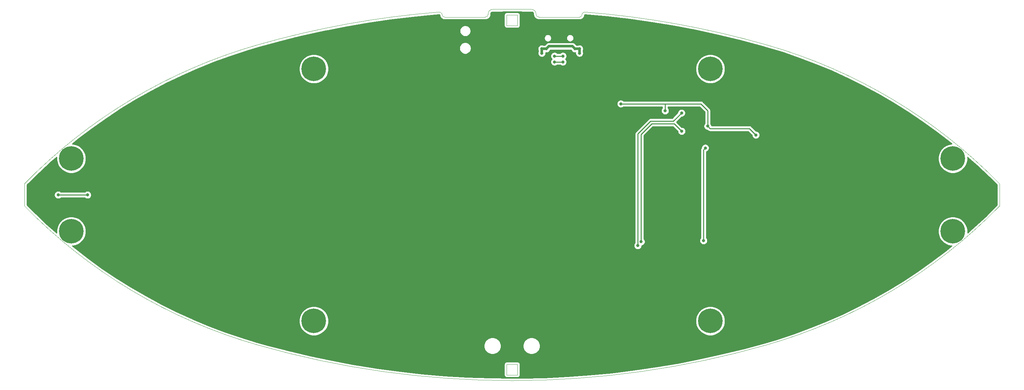
<source format=gbl>
%TF.GenerationSoftware,KiCad,Pcbnew,5.1.7-a382d34a8~87~ubuntu20.04.1*%
%TF.CreationDate,2020-11-05T16:16:56+05:30*%
%TF.ProjectId,halo,68616c6f-2e6b-4696-9361-645f70636258,v1*%
%TF.SameCoordinates,Original*%
%TF.FileFunction,Copper,L2,Bot*%
%TF.FilePolarity,Positive*%
%FSLAX46Y46*%
G04 Gerber Fmt 4.6, Leading zero omitted, Abs format (unit mm)*
G04 Created by KiCad (PCBNEW 5.1.7-a382d34a8~87~ubuntu20.04.1) date 2020-11-05 16:16:56*
%MOMM*%
%LPD*%
G01*
G04 APERTURE LIST*
%TA.AperFunction,Profile*%
%ADD10C,0.050000*%
%TD*%
%TA.AperFunction,ComponentPad*%
%ADD11C,6.400000*%
%TD*%
%TA.AperFunction,ComponentPad*%
%ADD12C,0.800000*%
%TD*%
%TA.AperFunction,ViaPad*%
%ADD13C,0.800000*%
%TD*%
%TA.AperFunction,Conductor*%
%ADD14C,0.254000*%
%TD*%
%TA.AperFunction,Conductor*%
%ADD15C,0.635000*%
%TD*%
%TA.AperFunction,Conductor*%
%ADD16C,0.100000*%
%TD*%
G04 APERTURE END LIST*
D10*
X73431896Y-62496118D02*
G75*
G02*
X120707642Y-53928265I66269656J-230949950D01*
G01*
X121541768Y-54762400D02*
G75*
G03*
X120707642Y-53928265I-834135J0D01*
G01*
X132715000Y-55245000D02*
G75*
G03*
X133477000Y-54483000I0J762000D01*
G01*
X132715000Y-55245000D02*
X122157808Y-55243390D01*
X134620000Y-53233692D02*
G75*
G03*
X133477000Y-54376692I0J-1143000D01*
G01*
X121541768Y-54762400D02*
G75*
G03*
X122157808Y-55243390I616040J154010D01*
G01*
X133477000Y-54483000D02*
X133477000Y-54376692D01*
X139700000Y-53180000D02*
G75*
G03*
X134620000Y-53233692I0J-240347211D01*
G01*
X145923000Y-54483000D02*
X145923000Y-54376692D01*
X157858232Y-54762400D02*
G75*
G02*
X158692358Y-53928265I834135J0D01*
G01*
X158692358Y-53928264D02*
G75*
G02*
X205969205Y-62493874I-18992358J-239578255D01*
G01*
X144780000Y-53233692D02*
G75*
G02*
X145923000Y-54376692I0J-1143000D01*
G01*
X139700000Y-53180000D02*
G75*
G02*
X144780000Y-53233692I0J-240347211D01*
G01*
X146685000Y-55245000D02*
G75*
G02*
X145923000Y-54483000I0J762000D01*
G01*
X157858232Y-54762400D02*
G75*
G02*
X157242192Y-55243390I-616040J154010D01*
G01*
X146685000Y-55245000D02*
X157242192Y-55243390D01*
X205969205Y-62493874D02*
G75*
G02*
X266571000Y-98721000I-37916205J-132229126D01*
G01*
X266571000Y-98721000D02*
X266571000Y-104479000D01*
X266571256Y-104479861D02*
G75*
G02*
X205969000Y-140707000I-98518256J96002861D01*
G01*
X205968733Y-140706537D02*
G75*
G02*
X139700000Y-150020000I-66268733J231106537D01*
G01*
X12828744Y-98720139D02*
G75*
G02*
X73431000Y-62493000I98518256J-96002861D01*
G01*
X139699871Y-150020519D02*
G75*
G02*
X73431000Y-140707000I129J240420519D01*
G01*
X12829000Y-98721000D02*
X12829000Y-104479000D01*
X73430795Y-140706126D02*
G75*
G02*
X12829000Y-104479000I37916205J132229126D01*
G01*
X89831000Y-134459000D02*
G75*
G03*
X89831000Y-134459000I-1717000J0D01*
G01*
X26734000Y-111075000D02*
G75*
G03*
X26734000Y-111075000I-1717000J0D01*
G01*
X141091000Y-145758000D02*
X138309000Y-145758000D01*
X138309000Y-145758000D02*
X138309000Y-148540000D01*
X138309000Y-148540000D02*
X141091000Y-148540000D01*
X141091000Y-148540000D02*
X141091000Y-145758000D01*
X193002000Y-134459000D02*
G75*
G03*
X193002000Y-134459000I-1716000J0D01*
G01*
X256100000Y-111075000D02*
G75*
G03*
X256100000Y-111075000I-1717000J0D01*
G01*
X26734000Y-92125000D02*
G75*
G03*
X26734000Y-92125000I-1717000J0D01*
G01*
X89831000Y-68741000D02*
G75*
G03*
X89831000Y-68741000I-1717000J0D01*
G01*
X256100000Y-92125000D02*
G75*
G03*
X256100000Y-92125000I-1717000J0D01*
G01*
X193002000Y-68741000D02*
G75*
G03*
X193002000Y-68741000I-1716000J0D01*
G01*
X141091000Y-54660000D02*
X138309000Y-54660000D01*
X138309000Y-54660000D02*
X138309000Y-57442000D01*
X138309000Y-57442000D02*
X141091000Y-57442000D01*
X141091000Y-57442000D02*
X141091000Y-54660000D01*
D11*
%TO.P,SC1,1*%
%TO.N,N/C*%
X25017000Y-92125000D03*
D12*
X27417000Y-92125000D03*
X26714056Y-93822056D03*
X25017000Y-94525000D03*
X23319944Y-93822056D03*
X22617000Y-92125000D03*
X23319944Y-90427944D03*
X25017000Y-89725000D03*
X26714056Y-90427944D03*
%TD*%
D11*
%TO.P,SC2,1*%
%TO.N,N/C*%
X88114000Y-68741000D03*
D12*
X90514000Y-68741000D03*
X89811056Y-70438056D03*
X88114000Y-71141000D03*
X86416944Y-70438056D03*
X85714000Y-68741000D03*
X86416944Y-67043944D03*
X88114000Y-66341000D03*
X89811056Y-67043944D03*
%TD*%
D11*
%TO.P,SC3,1*%
%TO.N,N/C*%
X191286000Y-68741000D03*
D12*
X193686000Y-68741000D03*
X192983056Y-70438056D03*
X191286000Y-71141000D03*
X189588944Y-70438056D03*
X188886000Y-68741000D03*
X189588944Y-67043944D03*
X191286000Y-66341000D03*
X192983056Y-67043944D03*
%TD*%
D11*
%TO.P,SC4,1*%
%TO.N,N/C*%
X254383000Y-92125000D03*
D12*
X256783000Y-92125000D03*
X256080056Y-93822056D03*
X254383000Y-94525000D03*
X252685944Y-93822056D03*
X251983000Y-92125000D03*
X252685944Y-90427944D03*
X254383000Y-89725000D03*
X256080056Y-90427944D03*
%TD*%
D11*
%TO.P,SC5,1*%
%TO.N,N/C*%
X254383000Y-111075000D03*
D12*
X256783000Y-111075000D03*
X256080056Y-112772056D03*
X254383000Y-113475000D03*
X252685944Y-112772056D03*
X251983000Y-111075000D03*
X252685944Y-109377944D03*
X254383000Y-108675000D03*
X256080056Y-109377944D03*
%TD*%
D11*
%TO.P,SC6,1*%
%TO.N,N/C*%
X191286000Y-134459000D03*
D12*
X193686000Y-134459000D03*
X192983056Y-136156056D03*
X191286000Y-136859000D03*
X189588944Y-136156056D03*
X188886000Y-134459000D03*
X189588944Y-132761944D03*
X191286000Y-132059000D03*
X192983056Y-132761944D03*
%TD*%
D11*
%TO.P,SC7,1*%
%TO.N,N/C*%
X88114000Y-134459000D03*
D12*
X90514000Y-134459000D03*
X89811056Y-136156056D03*
X88114000Y-136859000D03*
X86416944Y-136156056D03*
X85714000Y-134459000D03*
X86416944Y-132761944D03*
X88114000Y-132059000D03*
X89811056Y-132761944D03*
%TD*%
D11*
%TO.P,SC8,1*%
%TO.N,N/C*%
X25017000Y-111075000D03*
D12*
X27417000Y-111075000D03*
X26714056Y-112772056D03*
X25017000Y-113475000D03*
X23319944Y-112772056D03*
X22617000Y-111075000D03*
X23319944Y-109377944D03*
X25017000Y-108675000D03*
X26714056Y-109377944D03*
%TD*%
D13*
%TO.N,GND*%
X123698000Y-87325200D03*
X125095000Y-85369400D03*
X193040000Y-77216000D03*
X30810200Y-97790000D03*
X38430200Y-97790000D03*
X46075600Y-97790000D03*
X53670200Y-97790000D03*
X61290200Y-97790000D03*
X68910200Y-97790000D03*
X76530200Y-97790000D03*
X84150200Y-97790000D03*
X91770200Y-97790000D03*
X99390200Y-97790000D03*
X107010200Y-97790000D03*
X114630200Y-97790000D03*
X122250200Y-97790000D03*
X129870200Y-97790000D03*
X137515600Y-97790000D03*
X145110200Y-97790000D03*
X152755600Y-97790000D03*
X160350200Y-97790000D03*
X167970200Y-97790000D03*
X175590200Y-97790000D03*
X183210200Y-97790000D03*
X190830200Y-97790000D03*
X198450200Y-97790000D03*
X206095600Y-97790000D03*
X213690200Y-97790000D03*
X221310200Y-97790000D03*
X228930200Y-97790000D03*
X236550200Y-97790000D03*
X244170200Y-97790000D03*
X251790200Y-97790000D03*
X230632000Y-92710000D03*
X210693000Y-87122000D03*
X191262000Y-89535000D03*
X198983600Y-75514200D03*
X179679600Y-65532000D03*
X58039000Y-93802200D03*
X259461000Y-97790000D03*
X24282400Y-99161600D03*
X120015000Y-58851800D03*
X119989600Y-64947800D03*
X121818400Y-56845200D03*
X121793000Y-66954400D03*
X149885400Y-139522200D03*
X196149000Y-93660000D03*
X199959000Y-93660000D03*
X198104800Y-93660000D03*
X195732400Y-89992200D03*
X167970200Y-79730600D03*
X175920400Y-79756000D03*
X180594000Y-92735400D03*
X178054000Y-92735400D03*
X197154800Y-73482200D03*
X107188000Y-79502000D03*
X109474000Y-79502000D03*
X217220800Y-84277200D03*
X42672000Y-112014000D03*
X81280000Y-112014000D03*
X118872000Y-112014000D03*
X156972000Y-112039400D03*
X195326000Y-112039400D03*
X233172000Y-112039400D03*
X143510000Y-127660400D03*
X143510000Y-124460000D03*
X143510000Y-121259600D03*
X54737000Y-93802200D03*
X223799400Y-92710000D03*
X179679600Y-68834000D03*
X177292000Y-65532000D03*
X145034000Y-61214000D03*
X156819600Y-75184000D03*
X156819600Y-73914000D03*
X156819600Y-76454000D03*
X184429400Y-94843601D03*
X185801000Y-94843604D03*
X183007000Y-94843600D03*
X120206800Y-85866000D03*
X108153200Y-86550500D03*
X110807500Y-86550500D03*
X158750000Y-61214000D03*
X158750000Y-64770000D03*
X142748000Y-65024000D03*
X145034000Y-65024000D03*
X177241200Y-70205600D03*
X191840000Y-83165800D03*
X192640000Y-82365800D03*
X193446400Y-85598000D03*
X191871600Y-85598000D03*
X166624000Y-81000600D03*
X177304700Y-80987900D03*
%TO.N,/RESET*%
X190576200Y-83667600D03*
X203123800Y-85979000D03*
X179527200Y-79654400D03*
X167982900Y-77851000D03*
%TO.N,/Vusb*%
X156083000Y-63500000D03*
X147446993Y-63500007D03*
X148589993Y-63500007D03*
X147447000Y-64643000D03*
X157226000Y-64643000D03*
X157226000Y-63500000D03*
%TO.N,/D+*%
X150749000Y-65405000D03*
X152908000Y-65405038D03*
%TO.N,/D-*%
X150749000Y-66929000D03*
X152908002Y-66929000D03*
%TO.N,/SDA*%
X183794400Y-80238600D03*
X172415200Y-114808000D03*
%TO.N,/SCL*%
X183819800Y-84988400D03*
X173278800Y-113817400D03*
%TO.N,/D4_MODE*%
X189987418Y-89352618D03*
X189509400Y-113512600D03*
%TO.N,/DAT*%
X29210000Y-101600000D03*
X21590000Y-101600000D03*
%TD*%
D14*
%TO.N,/RESET*%
X201422000Y-84277200D02*
X203123800Y-85979000D01*
X191185800Y-84277200D02*
X201422000Y-84277200D01*
X190576200Y-83667600D02*
X191185800Y-84277200D01*
X190576200Y-79629000D02*
X190576200Y-83667600D01*
X188798200Y-77851000D02*
X190576200Y-79629000D01*
X179527200Y-77851000D02*
X188798200Y-77851000D01*
X179527200Y-79654400D02*
X179527200Y-77851000D01*
X179527200Y-77851000D02*
X167982900Y-77851000D01*
D15*
%TO.N,/Vusb*%
X147446993Y-63500007D02*
X148589993Y-63500007D01*
X155422600Y-62839600D02*
X156083000Y-63500000D01*
X149250400Y-62839600D02*
X155422600Y-62839600D01*
X148589993Y-63500007D02*
X149250400Y-62839600D01*
X147446986Y-63500000D02*
X147446993Y-63500007D01*
X147447000Y-64643000D02*
X147446986Y-63500000D01*
X157226000Y-63500000D02*
X157226000Y-64643000D01*
X156083000Y-63500000D02*
X157226000Y-63500000D01*
D14*
%TO.N,/D+*%
X150749000Y-65405000D02*
X152907962Y-65405000D01*
X152907962Y-65405000D02*
X152908000Y-65405038D01*
%TO.N,/D-*%
X150749000Y-66929000D02*
X152908002Y-66929000D01*
%TO.N,/SDA*%
X181660800Y-82372200D02*
X183794400Y-80238600D01*
X175742600Y-82372200D02*
X181660800Y-82372200D01*
X172415200Y-85699600D02*
X175742600Y-82372200D01*
X172415200Y-114808000D02*
X172415200Y-85699600D01*
%TO.N,/SCL*%
X181889400Y-83058000D02*
X183819800Y-84988400D01*
X176022000Y-83058000D02*
X181889400Y-83058000D01*
X173278800Y-85801200D02*
X176022000Y-83058000D01*
X173278800Y-113817400D02*
X173278800Y-85801200D01*
%TO.N,/D4_MODE*%
X189509400Y-89830636D02*
X189987418Y-89352618D01*
X189509400Y-113512600D02*
X189509400Y-89830636D01*
%TO.N,/DAT*%
X29210000Y-101600000D02*
X21590000Y-101600000D01*
%TD*%
%TO.N,GND*%
X144744243Y-53893351D02*
X144873202Y-53905995D01*
X144962849Y-53933062D01*
X145045537Y-53977027D01*
X145118106Y-54036214D01*
X145177804Y-54108376D01*
X145222341Y-54190746D01*
X145250034Y-54280207D01*
X145263000Y-54403570D01*
X145263000Y-54515418D01*
X145265767Y-54543515D01*
X145265735Y-54548137D01*
X145266635Y-54557309D01*
X145282180Y-54705210D01*
X145294203Y-54763780D01*
X145305416Y-54822563D01*
X145308079Y-54831385D01*
X145352055Y-54973452D01*
X145375240Y-55028607D01*
X145397645Y-55084062D01*
X145401972Y-55092199D01*
X145472705Y-55223017D01*
X145506151Y-55272603D01*
X145538911Y-55322665D01*
X145544735Y-55329806D01*
X145639532Y-55444394D01*
X145681947Y-55486514D01*
X145723829Y-55529283D01*
X145730930Y-55535157D01*
X145846177Y-55629149D01*
X145895967Y-55662229D01*
X145945357Y-55696048D01*
X145953464Y-55700431D01*
X146084772Y-55770249D01*
X146140054Y-55793034D01*
X146195059Y-55816610D01*
X146203862Y-55819335D01*
X146346231Y-55862318D01*
X146404893Y-55873934D01*
X146463424Y-55886375D01*
X146472585Y-55887338D01*
X146472589Y-55887338D01*
X146620596Y-55901850D01*
X146620608Y-55901850D01*
X146652682Y-55905004D01*
X157274711Y-55903385D01*
X157299764Y-55900914D01*
X157389370Y-55894047D01*
X157441402Y-55884889D01*
X157493728Y-55877569D01*
X157502671Y-55875345D01*
X157622727Y-55844601D01*
X157678935Y-55824183D01*
X157735458Y-55804540D01*
X157743798Y-55800621D01*
X157855596Y-55747143D01*
X157906741Y-55716212D01*
X157958394Y-55685952D01*
X157965814Y-55680488D01*
X158065096Y-55606314D01*
X158109303Y-55565999D01*
X158154055Y-55526317D01*
X158160273Y-55519516D01*
X158243258Y-55427470D01*
X158278789Y-55379341D01*
X158314982Y-55331721D01*
X158319761Y-55323841D01*
X158383285Y-55217430D01*
X158408766Y-55163368D01*
X158435048Y-55109570D01*
X158438204Y-55100912D01*
X158479850Y-54984189D01*
X158482704Y-54972775D01*
X158487337Y-54961964D01*
X158498300Y-54910389D01*
X158511091Y-54859225D01*
X158511673Y-54847476D01*
X158514119Y-54835969D01*
X158515082Y-54826805D01*
X158524653Y-54729193D01*
X158534297Y-54697249D01*
X158549962Y-54667788D01*
X158571053Y-54641928D01*
X158596760Y-54620661D01*
X158626115Y-54604789D01*
X158657991Y-54594921D01*
X158693791Y-54591159D01*
X164471893Y-55120321D01*
X170288775Y-55796711D01*
X176087444Y-56615025D01*
X181864333Y-57574760D01*
X187616071Y-58675354D01*
X193339197Y-59916146D01*
X199030310Y-61296398D01*
X204689136Y-62816127D01*
X205782776Y-63127027D01*
X210129566Y-64451831D01*
X214425571Y-65918500D01*
X218670621Y-67526809D01*
X222860016Y-69274980D01*
X226989126Y-71161082D01*
X231053420Y-73183041D01*
X235048498Y-75338671D01*
X238969871Y-77625553D01*
X242813266Y-80041191D01*
X246574449Y-82582923D01*
X250249293Y-85247961D01*
X253833795Y-88033404D01*
X254142318Y-88290000D01*
X254005285Y-88290000D01*
X253264372Y-88437377D01*
X252566446Y-88726467D01*
X251938330Y-89146161D01*
X251404161Y-89680330D01*
X250984467Y-90308446D01*
X250695377Y-91006372D01*
X250548000Y-91747285D01*
X250548000Y-92502715D01*
X250695377Y-93243628D01*
X250984467Y-93941554D01*
X251404161Y-94569670D01*
X251938330Y-95103839D01*
X252566446Y-95523533D01*
X253264372Y-95812623D01*
X254005285Y-95960000D01*
X254760715Y-95960000D01*
X255501628Y-95812623D01*
X256199554Y-95523533D01*
X256827670Y-95103839D01*
X257361839Y-94569670D01*
X257781533Y-93941554D01*
X258070623Y-93243628D01*
X258218000Y-92502715D01*
X258218000Y-91747285D01*
X258214140Y-91727880D01*
X260715928Y-93952982D01*
X264007404Y-97081945D01*
X265911000Y-98993568D01*
X265911001Y-104205321D01*
X262876884Y-107217368D01*
X259550976Y-110307004D01*
X258214957Y-111468013D01*
X258218000Y-111452715D01*
X258218000Y-110697285D01*
X258070623Y-109956372D01*
X257781533Y-109258446D01*
X257361839Y-108630330D01*
X256827670Y-108096161D01*
X256199554Y-107676467D01*
X255501628Y-107387377D01*
X254760715Y-107240000D01*
X254005285Y-107240000D01*
X253264372Y-107387377D01*
X252566446Y-107676467D01*
X251938330Y-108096161D01*
X251404161Y-108630330D01*
X250984467Y-109258446D01*
X250695377Y-109956372D01*
X250548000Y-110697285D01*
X250548000Y-111452715D01*
X250695377Y-112193628D01*
X250984467Y-112891554D01*
X251404161Y-113519670D01*
X251938330Y-114053839D01*
X252566446Y-114473533D01*
X253264372Y-114762623D01*
X254005285Y-114910000D01*
X254123837Y-114910000D01*
X252601154Y-116147047D01*
X248984869Y-118891048D01*
X245279560Y-121513665D01*
X241489363Y-124011973D01*
X237618426Y-126383238D01*
X233670948Y-128624885D01*
X229651329Y-130734414D01*
X225564017Y-132709493D01*
X221413471Y-134547970D01*
X217204188Y-136247850D01*
X212940928Y-137807210D01*
X208626495Y-139224962D01*
X205804836Y-140067226D01*
X205803482Y-140067559D01*
X205794577Y-140069929D01*
X200136135Y-141617904D01*
X194449386Y-143025232D01*
X188729969Y-144293196D01*
X182981260Y-145421048D01*
X177206730Y-146408107D01*
X171409796Y-147253787D01*
X165593935Y-147957584D01*
X159762619Y-148519077D01*
X153919279Y-148937932D01*
X148067510Y-149213896D01*
X142208420Y-149346857D01*
X139696544Y-149360009D01*
X139682383Y-149360256D01*
X133842001Y-149288896D01*
X127987618Y-149074222D01*
X122140253Y-148716579D01*
X116303335Y-148216174D01*
X110480433Y-147573317D01*
X104674927Y-146788379D01*
X98890351Y-145861836D01*
X98330104Y-145758000D01*
X137645807Y-145758000D01*
X137649000Y-145790420D01*
X137649001Y-148507571D01*
X137645807Y-148540000D01*
X137658550Y-148669383D01*
X137696290Y-148793793D01*
X137757575Y-148908450D01*
X137840052Y-149008948D01*
X137940550Y-149091425D01*
X138055207Y-149152710D01*
X138179617Y-149190450D01*
X138276581Y-149200000D01*
X138309000Y-149203193D01*
X138341419Y-149200000D01*
X141058581Y-149200000D01*
X141091000Y-149203193D01*
X141123419Y-149200000D01*
X141220383Y-149190450D01*
X141344793Y-149152710D01*
X141459450Y-149091425D01*
X141559948Y-149008948D01*
X141642425Y-148908450D01*
X141703710Y-148793793D01*
X141741450Y-148669383D01*
X141754193Y-148540000D01*
X141751000Y-148507581D01*
X141751000Y-145790419D01*
X141754193Y-145758000D01*
X141741450Y-145628617D01*
X141703710Y-145504207D01*
X141642425Y-145389550D01*
X141559948Y-145289052D01*
X141459450Y-145206575D01*
X141344793Y-145145290D01*
X141220383Y-145107550D01*
X141123419Y-145098000D01*
X141091000Y-145094807D01*
X141058581Y-145098000D01*
X138341419Y-145098000D01*
X138309000Y-145094807D01*
X138276581Y-145098000D01*
X138179617Y-145107550D01*
X138055207Y-145145290D01*
X137940550Y-145206575D01*
X137840052Y-145289052D01*
X137757575Y-145389550D01*
X137696290Y-145504207D01*
X137658550Y-145628617D01*
X137645807Y-145758000D01*
X98330104Y-145758000D01*
X93130165Y-144794246D01*
X87397753Y-143586234D01*
X81696577Y-142238530D01*
X76027743Y-140751336D01*
X76026915Y-140751103D01*
X132397500Y-140751103D01*
X132397500Y-141188897D01*
X132482909Y-141618279D01*
X132650446Y-142022749D01*
X132893671Y-142386761D01*
X133203239Y-142696329D01*
X133567251Y-142939554D01*
X133971721Y-143107091D01*
X134401103Y-143192500D01*
X134838897Y-143192500D01*
X135268279Y-143107091D01*
X135672749Y-142939554D01*
X136036761Y-142696329D01*
X136346329Y-142386761D01*
X136589554Y-142022749D01*
X136757091Y-141618279D01*
X136842500Y-141188897D01*
X136842500Y-140751103D01*
X142557500Y-140751103D01*
X142557500Y-141188897D01*
X142642909Y-141618279D01*
X142810446Y-142022749D01*
X143053671Y-142386761D01*
X143363239Y-142696329D01*
X143727251Y-142939554D01*
X144131721Y-143107091D01*
X144561103Y-143192500D01*
X144998897Y-143192500D01*
X145428279Y-143107091D01*
X145832749Y-142939554D01*
X146196761Y-142696329D01*
X146506329Y-142386761D01*
X146749554Y-142022749D01*
X146917091Y-141618279D01*
X147002500Y-141188897D01*
X147002500Y-140751103D01*
X146917091Y-140321721D01*
X146749554Y-139917251D01*
X146506329Y-139553239D01*
X146196761Y-139243671D01*
X145832749Y-139000446D01*
X145428279Y-138832909D01*
X144998897Y-138747500D01*
X144561103Y-138747500D01*
X144131721Y-138832909D01*
X143727251Y-139000446D01*
X143363239Y-139243671D01*
X143053671Y-139553239D01*
X142810446Y-139917251D01*
X142642909Y-140321721D01*
X142557500Y-140751103D01*
X136842500Y-140751103D01*
X136757091Y-140321721D01*
X136589554Y-139917251D01*
X136346329Y-139553239D01*
X136036761Y-139243671D01*
X135672749Y-139000446D01*
X135268279Y-138832909D01*
X134838897Y-138747500D01*
X134401103Y-138747500D01*
X133971721Y-138832909D01*
X133567251Y-139000446D01*
X133203239Y-139243671D01*
X132893671Y-139553239D01*
X132650446Y-139917251D01*
X132482909Y-140321721D01*
X132397500Y-140751103D01*
X76026915Y-140751103D01*
X73639791Y-140080111D01*
X73638577Y-140079686D01*
X73623210Y-140074797D01*
X69270434Y-138748169D01*
X64974429Y-137281500D01*
X60729369Y-135673187D01*
X56914465Y-134081285D01*
X84279000Y-134081285D01*
X84279000Y-134836715D01*
X84426377Y-135577628D01*
X84715467Y-136275554D01*
X85135161Y-136903670D01*
X85669330Y-137437839D01*
X86297446Y-137857533D01*
X86995372Y-138146623D01*
X87736285Y-138294000D01*
X88491715Y-138294000D01*
X89232628Y-138146623D01*
X89930554Y-137857533D01*
X90558670Y-137437839D01*
X91092839Y-136903670D01*
X91512533Y-136275554D01*
X91801623Y-135577628D01*
X91949000Y-134836715D01*
X91949000Y-134081285D01*
X187451000Y-134081285D01*
X187451000Y-134836715D01*
X187598377Y-135577628D01*
X187887467Y-136275554D01*
X188307161Y-136903670D01*
X188841330Y-137437839D01*
X189469446Y-137857533D01*
X190167372Y-138146623D01*
X190908285Y-138294000D01*
X191663715Y-138294000D01*
X192404628Y-138146623D01*
X193102554Y-137857533D01*
X193730670Y-137437839D01*
X194264839Y-136903670D01*
X194684533Y-136275554D01*
X194973623Y-135577628D01*
X195121000Y-134836715D01*
X195121000Y-134081285D01*
X194973623Y-133340372D01*
X194684533Y-132642446D01*
X194264839Y-132014330D01*
X193730670Y-131480161D01*
X193102554Y-131060467D01*
X192404628Y-130771377D01*
X191663715Y-130624000D01*
X190908285Y-130624000D01*
X190167372Y-130771377D01*
X189469446Y-131060467D01*
X188841330Y-131480161D01*
X188307161Y-132014330D01*
X187887467Y-132642446D01*
X187598377Y-133340372D01*
X187451000Y-134081285D01*
X91949000Y-134081285D01*
X91801623Y-133340372D01*
X91512533Y-132642446D01*
X91092839Y-132014330D01*
X90558670Y-131480161D01*
X89930554Y-131060467D01*
X89232628Y-130771377D01*
X88491715Y-130624000D01*
X87736285Y-130624000D01*
X86995372Y-130771377D01*
X86297446Y-131060467D01*
X85669330Y-131480161D01*
X85135161Y-132014330D01*
X84715467Y-132642446D01*
X84426377Y-133340372D01*
X84279000Y-134081285D01*
X56914465Y-134081285D01*
X56539984Y-133925020D01*
X52410874Y-132038919D01*
X48346544Y-130016941D01*
X44351490Y-127861322D01*
X40430142Y-125574455D01*
X36586734Y-123158809D01*
X32825551Y-120617077D01*
X29150693Y-117952028D01*
X25566205Y-115166596D01*
X25257682Y-114910000D01*
X25394715Y-114910000D01*
X26135628Y-114762623D01*
X26272180Y-114706061D01*
X171380200Y-114706061D01*
X171380200Y-114909939D01*
X171419974Y-115109898D01*
X171497995Y-115298256D01*
X171611263Y-115467774D01*
X171755426Y-115611937D01*
X171924944Y-115725205D01*
X172113302Y-115803226D01*
X172313261Y-115843000D01*
X172517139Y-115843000D01*
X172717098Y-115803226D01*
X172905456Y-115725205D01*
X173074974Y-115611937D01*
X173219137Y-115467774D01*
X173332405Y-115298256D01*
X173410426Y-115109898D01*
X173450200Y-114909939D01*
X173450200Y-114838583D01*
X173580698Y-114812626D01*
X173769056Y-114734605D01*
X173938574Y-114621337D01*
X174082737Y-114477174D01*
X174196005Y-114307656D01*
X174274026Y-114119298D01*
X174313800Y-113919339D01*
X174313800Y-113715461D01*
X174274026Y-113515502D01*
X174230600Y-113410661D01*
X188474400Y-113410661D01*
X188474400Y-113614539D01*
X188514174Y-113814498D01*
X188592195Y-114002856D01*
X188705463Y-114172374D01*
X188849626Y-114316537D01*
X189019144Y-114429805D01*
X189207502Y-114507826D01*
X189407461Y-114547600D01*
X189611339Y-114547600D01*
X189811298Y-114507826D01*
X189999656Y-114429805D01*
X190169174Y-114316537D01*
X190313337Y-114172374D01*
X190426605Y-114002856D01*
X190504626Y-113814498D01*
X190544400Y-113614539D01*
X190544400Y-113410661D01*
X190504626Y-113210702D01*
X190426605Y-113022344D01*
X190313337Y-112852826D01*
X190271400Y-112810889D01*
X190271400Y-90351408D01*
X190289316Y-90347844D01*
X190477674Y-90269823D01*
X190647192Y-90156555D01*
X190791355Y-90012392D01*
X190904623Y-89842874D01*
X190982644Y-89654516D01*
X191022418Y-89454557D01*
X191022418Y-89250679D01*
X190982644Y-89050720D01*
X190904623Y-88862362D01*
X190791355Y-88692844D01*
X190647192Y-88548681D01*
X190477674Y-88435413D01*
X190289316Y-88357392D01*
X190089357Y-88317618D01*
X189885479Y-88317618D01*
X189685520Y-88357392D01*
X189497162Y-88435413D01*
X189327644Y-88548681D01*
X189183481Y-88692844D01*
X189070213Y-88862362D01*
X188992192Y-89050720D01*
X188952418Y-89250679D01*
X188952418Y-89308175D01*
X188944122Y-89318284D01*
X188944121Y-89318285D01*
X188872755Y-89405244D01*
X188801999Y-89537621D01*
X188758427Y-89681258D01*
X188743714Y-89830636D01*
X188747401Y-89868069D01*
X188747400Y-112810889D01*
X188705463Y-112852826D01*
X188592195Y-113022344D01*
X188514174Y-113210702D01*
X188474400Y-113410661D01*
X174230600Y-113410661D01*
X174196005Y-113327144D01*
X174082737Y-113157626D01*
X174040800Y-113115689D01*
X174040800Y-86116830D01*
X176337630Y-83820000D01*
X181573770Y-83820000D01*
X182784800Y-85031031D01*
X182784800Y-85090339D01*
X182824574Y-85290298D01*
X182902595Y-85478656D01*
X183015863Y-85648174D01*
X183160026Y-85792337D01*
X183329544Y-85905605D01*
X183517902Y-85983626D01*
X183717861Y-86023400D01*
X183921739Y-86023400D01*
X184121698Y-85983626D01*
X184310056Y-85905605D01*
X184479574Y-85792337D01*
X184623737Y-85648174D01*
X184737005Y-85478656D01*
X184815026Y-85290298D01*
X184854800Y-85090339D01*
X184854800Y-84886461D01*
X184815026Y-84686502D01*
X184737005Y-84498144D01*
X184623737Y-84328626D01*
X184479574Y-84184463D01*
X184310056Y-84071195D01*
X184121698Y-83993174D01*
X183921739Y-83953400D01*
X183862431Y-83953400D01*
X182509830Y-82600800D01*
X183837031Y-81273600D01*
X183896339Y-81273600D01*
X184096298Y-81233826D01*
X184284656Y-81155805D01*
X184454174Y-81042537D01*
X184598337Y-80898374D01*
X184711605Y-80728856D01*
X184789626Y-80540498D01*
X184829400Y-80340539D01*
X184829400Y-80136661D01*
X184789626Y-79936702D01*
X184711605Y-79748344D01*
X184598337Y-79578826D01*
X184454174Y-79434663D01*
X184284656Y-79321395D01*
X184096298Y-79243374D01*
X183896339Y-79203600D01*
X183692461Y-79203600D01*
X183492502Y-79243374D01*
X183304144Y-79321395D01*
X183134626Y-79434663D01*
X182990463Y-79578826D01*
X182877195Y-79748344D01*
X182799174Y-79936702D01*
X182759400Y-80136661D01*
X182759400Y-80195969D01*
X181345170Y-81610200D01*
X175780022Y-81610200D01*
X175742599Y-81606514D01*
X175705176Y-81610200D01*
X175705174Y-81610200D01*
X175593222Y-81621226D01*
X175449585Y-81664798D01*
X175449583Y-81664799D01*
X175435226Y-81672473D01*
X175317208Y-81735555D01*
X175201178Y-81830778D01*
X175177321Y-81859848D01*
X171902849Y-85134321D01*
X171873779Y-85158178D01*
X171849922Y-85187248D01*
X171849921Y-85187249D01*
X171778555Y-85274208D01*
X171707799Y-85406585D01*
X171664227Y-85550222D01*
X171649514Y-85699600D01*
X171653201Y-85737033D01*
X171653200Y-114106289D01*
X171611263Y-114148226D01*
X171497995Y-114317744D01*
X171419974Y-114506102D01*
X171380200Y-114706061D01*
X26272180Y-114706061D01*
X26833554Y-114473533D01*
X27461670Y-114053839D01*
X27995839Y-113519670D01*
X28415533Y-112891554D01*
X28704623Y-112193628D01*
X28852000Y-111452715D01*
X28852000Y-110697285D01*
X28704623Y-109956372D01*
X28415533Y-109258446D01*
X27995839Y-108630330D01*
X27461670Y-108096161D01*
X26833554Y-107676467D01*
X26135628Y-107387377D01*
X25394715Y-107240000D01*
X24639285Y-107240000D01*
X23898372Y-107387377D01*
X23200446Y-107676467D01*
X22572330Y-108096161D01*
X22038161Y-108630330D01*
X21618467Y-109258446D01*
X21329377Y-109956372D01*
X21182000Y-110697285D01*
X21182000Y-111452715D01*
X21185860Y-111472120D01*
X18684071Y-109247016D01*
X15392577Y-106118038D01*
X13489000Y-104206432D01*
X13489000Y-101498061D01*
X20555000Y-101498061D01*
X20555000Y-101701939D01*
X20594774Y-101901898D01*
X20672795Y-102090256D01*
X20786063Y-102259774D01*
X20930226Y-102403937D01*
X21099744Y-102517205D01*
X21288102Y-102595226D01*
X21488061Y-102635000D01*
X21691939Y-102635000D01*
X21891898Y-102595226D01*
X22080256Y-102517205D01*
X22249774Y-102403937D01*
X22291711Y-102362000D01*
X28508289Y-102362000D01*
X28550226Y-102403937D01*
X28719744Y-102517205D01*
X28908102Y-102595226D01*
X29108061Y-102635000D01*
X29311939Y-102635000D01*
X29511898Y-102595226D01*
X29700256Y-102517205D01*
X29869774Y-102403937D01*
X30013937Y-102259774D01*
X30127205Y-102090256D01*
X30205226Y-101901898D01*
X30245000Y-101701939D01*
X30245000Y-101498061D01*
X30205226Y-101298102D01*
X30127205Y-101109744D01*
X30013937Y-100940226D01*
X29869774Y-100796063D01*
X29700256Y-100682795D01*
X29511898Y-100604774D01*
X29311939Y-100565000D01*
X29108061Y-100565000D01*
X28908102Y-100604774D01*
X28719744Y-100682795D01*
X28550226Y-100796063D01*
X28508289Y-100838000D01*
X22291711Y-100838000D01*
X22249774Y-100796063D01*
X22080256Y-100682795D01*
X21891898Y-100604774D01*
X21691939Y-100565000D01*
X21488061Y-100565000D01*
X21288102Y-100604774D01*
X21099744Y-100682795D01*
X20930226Y-100796063D01*
X20786063Y-100940226D01*
X20672795Y-101109744D01*
X20594774Y-101298102D01*
X20555000Y-101498061D01*
X13489000Y-101498061D01*
X13489000Y-98994678D01*
X16523116Y-95982632D01*
X19848994Y-92893023D01*
X21185043Y-91731987D01*
X21182000Y-91747285D01*
X21182000Y-92502715D01*
X21329377Y-93243628D01*
X21618467Y-93941554D01*
X22038161Y-94569670D01*
X22572330Y-95103839D01*
X23200446Y-95523533D01*
X23898372Y-95812623D01*
X24639285Y-95960000D01*
X25394715Y-95960000D01*
X26135628Y-95812623D01*
X26833554Y-95523533D01*
X27461670Y-95103839D01*
X27995839Y-94569670D01*
X28415533Y-93941554D01*
X28704623Y-93243628D01*
X28852000Y-92502715D01*
X28852000Y-91747285D01*
X28704623Y-91006372D01*
X28415533Y-90308446D01*
X27995839Y-89680330D01*
X27461670Y-89146161D01*
X26833554Y-88726467D01*
X26135628Y-88437377D01*
X25394715Y-88290000D01*
X25276164Y-88290000D01*
X26798847Y-87052953D01*
X30415132Y-84308952D01*
X34120412Y-81686353D01*
X37910659Y-79188013D01*
X40259656Y-77749061D01*
X166947900Y-77749061D01*
X166947900Y-77952939D01*
X166987674Y-78152898D01*
X167065695Y-78341256D01*
X167178963Y-78510774D01*
X167323126Y-78654937D01*
X167492644Y-78768205D01*
X167681002Y-78846226D01*
X167880961Y-78886000D01*
X168084839Y-78886000D01*
X168284798Y-78846226D01*
X168473156Y-78768205D01*
X168642674Y-78654937D01*
X168684611Y-78613000D01*
X178765201Y-78613000D01*
X178765200Y-78952689D01*
X178723263Y-78994626D01*
X178609995Y-79164144D01*
X178531974Y-79352502D01*
X178492200Y-79552461D01*
X178492200Y-79756339D01*
X178531974Y-79956298D01*
X178609995Y-80144656D01*
X178723263Y-80314174D01*
X178867426Y-80458337D01*
X179036944Y-80571605D01*
X179225302Y-80649626D01*
X179425261Y-80689400D01*
X179629139Y-80689400D01*
X179829098Y-80649626D01*
X180017456Y-80571605D01*
X180186974Y-80458337D01*
X180331137Y-80314174D01*
X180444405Y-80144656D01*
X180522426Y-79956298D01*
X180562200Y-79756339D01*
X180562200Y-79552461D01*
X180522426Y-79352502D01*
X180444405Y-79164144D01*
X180331137Y-78994626D01*
X180289200Y-78952689D01*
X180289200Y-78613000D01*
X188482570Y-78613000D01*
X189814200Y-79944630D01*
X189814201Y-82965888D01*
X189772263Y-83007826D01*
X189658995Y-83177344D01*
X189580974Y-83365702D01*
X189541200Y-83565661D01*
X189541200Y-83769539D01*
X189580974Y-83969498D01*
X189658995Y-84157856D01*
X189772263Y-84327374D01*
X189916426Y-84471537D01*
X190085944Y-84584805D01*
X190274302Y-84662826D01*
X190474261Y-84702600D01*
X190533570Y-84702600D01*
X190620516Y-84789546D01*
X190644378Y-84818622D01*
X190716855Y-84878102D01*
X190760407Y-84913845D01*
X190797954Y-84933914D01*
X190892785Y-84984602D01*
X191036422Y-85028174D01*
X191148374Y-85039200D01*
X191148377Y-85039200D01*
X191185800Y-85042886D01*
X191223223Y-85039200D01*
X201106370Y-85039200D01*
X202088800Y-86021630D01*
X202088800Y-86080939D01*
X202128574Y-86280898D01*
X202206595Y-86469256D01*
X202319863Y-86638774D01*
X202464026Y-86782937D01*
X202633544Y-86896205D01*
X202821902Y-86974226D01*
X203021861Y-87014000D01*
X203225739Y-87014000D01*
X203425698Y-86974226D01*
X203614056Y-86896205D01*
X203783574Y-86782937D01*
X203927737Y-86638774D01*
X204041005Y-86469256D01*
X204119026Y-86280898D01*
X204158800Y-86080939D01*
X204158800Y-85877061D01*
X204119026Y-85677102D01*
X204041005Y-85488744D01*
X203927737Y-85319226D01*
X203783574Y-85175063D01*
X203614056Y-85061795D01*
X203425698Y-84983774D01*
X203225739Y-84944000D01*
X203166430Y-84944000D01*
X201987284Y-83764854D01*
X201963422Y-83735778D01*
X201847392Y-83640555D01*
X201715015Y-83569798D01*
X201571378Y-83526226D01*
X201459426Y-83515200D01*
X201459423Y-83515200D01*
X201422000Y-83511514D01*
X201384577Y-83515200D01*
X191601163Y-83515200D01*
X191571426Y-83365702D01*
X191493405Y-83177344D01*
X191380137Y-83007826D01*
X191338200Y-82965889D01*
X191338200Y-79666423D01*
X191341886Y-79629000D01*
X191338133Y-79590896D01*
X191327174Y-79479622D01*
X191283602Y-79335985D01*
X191235632Y-79246240D01*
X191212845Y-79203607D01*
X191176824Y-79159716D01*
X191117622Y-79087578D01*
X191088547Y-79063717D01*
X189363484Y-77338654D01*
X189339622Y-77309578D01*
X189223592Y-77214355D01*
X189091215Y-77143598D01*
X188947578Y-77100026D01*
X188835626Y-77089000D01*
X188835623Y-77089000D01*
X188798200Y-77085314D01*
X188760777Y-77089000D01*
X179564626Y-77089000D01*
X179527200Y-77085314D01*
X179489775Y-77089000D01*
X168684611Y-77089000D01*
X168642674Y-77047063D01*
X168473156Y-76933795D01*
X168284798Y-76855774D01*
X168084839Y-76816000D01*
X167880961Y-76816000D01*
X167681002Y-76855774D01*
X167492644Y-76933795D01*
X167323126Y-77047063D01*
X167178963Y-77191226D01*
X167065695Y-77360744D01*
X166987674Y-77549102D01*
X166947900Y-77749061D01*
X40259656Y-77749061D01*
X41781588Y-76816754D01*
X45729040Y-74575122D01*
X49748659Y-72465592D01*
X53835983Y-70490507D01*
X57986529Y-68652030D01*
X58701526Y-68363285D01*
X84279000Y-68363285D01*
X84279000Y-69118715D01*
X84426377Y-69859628D01*
X84715467Y-70557554D01*
X85135161Y-71185670D01*
X85669330Y-71719839D01*
X86297446Y-72139533D01*
X86995372Y-72428623D01*
X87736285Y-72576000D01*
X88491715Y-72576000D01*
X89232628Y-72428623D01*
X89930554Y-72139533D01*
X90558670Y-71719839D01*
X91092839Y-71185670D01*
X91512533Y-70557554D01*
X91801623Y-69859628D01*
X91949000Y-69118715D01*
X91949000Y-68363285D01*
X187451000Y-68363285D01*
X187451000Y-69118715D01*
X187598377Y-69859628D01*
X187887467Y-70557554D01*
X188307161Y-71185670D01*
X188841330Y-71719839D01*
X189469446Y-72139533D01*
X190167372Y-72428623D01*
X190908285Y-72576000D01*
X191663715Y-72576000D01*
X192404628Y-72428623D01*
X193102554Y-72139533D01*
X193730670Y-71719839D01*
X194264839Y-71185670D01*
X194684533Y-70557554D01*
X194973623Y-69859628D01*
X195121000Y-69118715D01*
X195121000Y-68363285D01*
X194973623Y-67622372D01*
X194684533Y-66924446D01*
X194264839Y-66296330D01*
X193730670Y-65762161D01*
X193102554Y-65342467D01*
X192404628Y-65053377D01*
X191663715Y-64906000D01*
X190908285Y-64906000D01*
X190167372Y-65053377D01*
X189469446Y-65342467D01*
X188841330Y-65762161D01*
X188307161Y-66296330D01*
X187887467Y-66924446D01*
X187598377Y-67622372D01*
X187451000Y-68363285D01*
X91949000Y-68363285D01*
X91801623Y-67622372D01*
X91512533Y-66924446D01*
X91092839Y-66296330D01*
X90558670Y-65762161D01*
X89930554Y-65342467D01*
X89232628Y-65053377D01*
X88491715Y-64906000D01*
X87736285Y-64906000D01*
X86995372Y-65053377D01*
X86297446Y-65342467D01*
X85669330Y-65762161D01*
X85135161Y-66296330D01*
X84715467Y-66924446D01*
X84426377Y-67622372D01*
X84279000Y-68363285D01*
X58701526Y-68363285D01*
X62195812Y-66952150D01*
X66459081Y-65392786D01*
X70773505Y-63975038D01*
X73380616Y-63196816D01*
X125973000Y-63196816D01*
X125973000Y-63499184D01*
X126031989Y-63795743D01*
X126147701Y-64075095D01*
X126315688Y-64326505D01*
X126529495Y-64540312D01*
X126780905Y-64708299D01*
X127060257Y-64824011D01*
X127356816Y-64883000D01*
X127659184Y-64883000D01*
X127955743Y-64824011D01*
X128235095Y-64708299D01*
X128486505Y-64540312D01*
X128700312Y-64326505D01*
X128868299Y-64075095D01*
X128984011Y-63795743D01*
X129043000Y-63499184D01*
X129043000Y-63398068D01*
X146411993Y-63398068D01*
X146411993Y-63601946D01*
X146451767Y-63801905D01*
X146494491Y-63905050D01*
X146494496Y-64237964D01*
X146451774Y-64341102D01*
X146412000Y-64541061D01*
X146412000Y-64744939D01*
X146451774Y-64944898D01*
X146529795Y-65133256D01*
X146643063Y-65302774D01*
X146787226Y-65446937D01*
X146956744Y-65560205D01*
X147145102Y-65638226D01*
X147345061Y-65678000D01*
X147548939Y-65678000D01*
X147748898Y-65638226D01*
X147937256Y-65560205D01*
X148106774Y-65446937D01*
X148250650Y-65303061D01*
X149714000Y-65303061D01*
X149714000Y-65506939D01*
X149753774Y-65706898D01*
X149831795Y-65895256D01*
X149945063Y-66064774D01*
X150047289Y-66167000D01*
X149945063Y-66269226D01*
X149831795Y-66438744D01*
X149753774Y-66627102D01*
X149714000Y-66827061D01*
X149714000Y-67030939D01*
X149753774Y-67230898D01*
X149831795Y-67419256D01*
X149945063Y-67588774D01*
X150089226Y-67732937D01*
X150258744Y-67846205D01*
X150447102Y-67924226D01*
X150647061Y-67964000D01*
X150850939Y-67964000D01*
X151050898Y-67924226D01*
X151239256Y-67846205D01*
X151408774Y-67732937D01*
X151450711Y-67691000D01*
X152206291Y-67691000D01*
X152248228Y-67732937D01*
X152417746Y-67846205D01*
X152606104Y-67924226D01*
X152806063Y-67964000D01*
X153009941Y-67964000D01*
X153209900Y-67924226D01*
X153398258Y-67846205D01*
X153567776Y-67732937D01*
X153711939Y-67588774D01*
X153825207Y-67419256D01*
X153903228Y-67230898D01*
X153943002Y-67030939D01*
X153943002Y-66827061D01*
X153903228Y-66627102D01*
X153825207Y-66438744D01*
X153711939Y-66269226D01*
X153609731Y-66167018D01*
X153711937Y-66064812D01*
X153825205Y-65895294D01*
X153903226Y-65706936D01*
X153943000Y-65506977D01*
X153943000Y-65303099D01*
X153903226Y-65103140D01*
X153825205Y-64914782D01*
X153711937Y-64745264D01*
X153567774Y-64601101D01*
X153398256Y-64487833D01*
X153209898Y-64409812D01*
X153009939Y-64370038D01*
X152806061Y-64370038D01*
X152606102Y-64409812D01*
X152417744Y-64487833D01*
X152248226Y-64601101D01*
X152206327Y-64643000D01*
X151450711Y-64643000D01*
X151408774Y-64601063D01*
X151239256Y-64487795D01*
X151050898Y-64409774D01*
X150850939Y-64370000D01*
X150647061Y-64370000D01*
X150447102Y-64409774D01*
X150258744Y-64487795D01*
X150089226Y-64601063D01*
X149945063Y-64745226D01*
X149831795Y-64914744D01*
X149753774Y-65103102D01*
X149714000Y-65303061D01*
X148250650Y-65303061D01*
X148250937Y-65302774D01*
X148364205Y-65133256D01*
X148442226Y-64944898D01*
X148482000Y-64744939D01*
X148482000Y-64541061D01*
X148480497Y-64533504D01*
X148488054Y-64535007D01*
X148691932Y-64535007D01*
X148891891Y-64495233D01*
X149080249Y-64417212D01*
X149249767Y-64303944D01*
X149393930Y-64159781D01*
X149507198Y-63990263D01*
X149549924Y-63887114D01*
X149644938Y-63792100D01*
X155028062Y-63792100D01*
X155123069Y-63887107D01*
X155165795Y-63990256D01*
X155279063Y-64159774D01*
X155423226Y-64303937D01*
X155592744Y-64417205D01*
X155781102Y-64495226D01*
X155981061Y-64535000D01*
X156184939Y-64535000D01*
X156192505Y-64533495D01*
X156191000Y-64541061D01*
X156191000Y-64744939D01*
X156230774Y-64944898D01*
X156308795Y-65133256D01*
X156422063Y-65302774D01*
X156566226Y-65446937D01*
X156735744Y-65560205D01*
X156924102Y-65638226D01*
X157124061Y-65678000D01*
X157327939Y-65678000D01*
X157527898Y-65638226D01*
X157716256Y-65560205D01*
X157885774Y-65446937D01*
X158029937Y-65302774D01*
X158143205Y-65133256D01*
X158221226Y-64944898D01*
X158261000Y-64744939D01*
X158261000Y-64541061D01*
X158221226Y-64341102D01*
X158178500Y-64237953D01*
X158178500Y-63905047D01*
X158221226Y-63801898D01*
X158261000Y-63601939D01*
X158261000Y-63398061D01*
X158221226Y-63198102D01*
X158143205Y-63009744D01*
X158029937Y-62840226D01*
X157885774Y-62696063D01*
X157716256Y-62582795D01*
X157527898Y-62504774D01*
X157327939Y-62465000D01*
X157124061Y-62465000D01*
X156924102Y-62504774D01*
X156820953Y-62547500D01*
X156488047Y-62547500D01*
X156470107Y-62540069D01*
X156129207Y-62199169D01*
X156099378Y-62162822D01*
X155954341Y-62043794D01*
X155788869Y-61955348D01*
X155609323Y-61900883D01*
X155469385Y-61887100D01*
X155422600Y-61882492D01*
X155375815Y-61887100D01*
X149297185Y-61887100D01*
X149250400Y-61882492D01*
X149203615Y-61887100D01*
X149063677Y-61900883D01*
X148884131Y-61955348D01*
X148718659Y-62043794D01*
X148573622Y-62162822D01*
X148543793Y-62199169D01*
X148202886Y-62540076D01*
X148184946Y-62547507D01*
X147852040Y-62547507D01*
X147748891Y-62504781D01*
X147548932Y-62465007D01*
X147345054Y-62465007D01*
X147145095Y-62504781D01*
X146956737Y-62582802D01*
X146787219Y-62696070D01*
X146643056Y-62840233D01*
X146529788Y-63009751D01*
X146451767Y-63198109D01*
X146411993Y-63398068D01*
X129043000Y-63398068D01*
X129043000Y-63196816D01*
X128984011Y-62900257D01*
X128868299Y-62620905D01*
X128700312Y-62369495D01*
X128486505Y-62155688D01*
X128235095Y-61987701D01*
X127955743Y-61871989D01*
X127659184Y-61813000D01*
X127356816Y-61813000D01*
X127060257Y-61871989D01*
X126780905Y-61987701D01*
X126529495Y-62155688D01*
X126315688Y-62369495D01*
X126147701Y-62620905D01*
X126031989Y-62900257D01*
X125973000Y-63196816D01*
X73380616Y-63196816D01*
X73557595Y-63143988D01*
X73565854Y-63142381D01*
X73581604Y-63138915D01*
X73597264Y-63135065D01*
X73606169Y-63132694D01*
X79260778Y-61584654D01*
X83190229Y-60611448D01*
X148042000Y-60611448D01*
X148042000Y-60800552D01*
X148078892Y-60986022D01*
X148151259Y-61160731D01*
X148256319Y-61317964D01*
X148390036Y-61451681D01*
X148547269Y-61556741D01*
X148721978Y-61629108D01*
X148907448Y-61666000D01*
X149096552Y-61666000D01*
X149282022Y-61629108D01*
X149456731Y-61556741D01*
X149613964Y-61451681D01*
X149747681Y-61317964D01*
X149852741Y-61160731D01*
X149925108Y-60986022D01*
X149962000Y-60800552D01*
X149962000Y-60611448D01*
X153822000Y-60611448D01*
X153822000Y-60800552D01*
X153858892Y-60986022D01*
X153931259Y-61160731D01*
X154036319Y-61317964D01*
X154170036Y-61451681D01*
X154327269Y-61556741D01*
X154501978Y-61629108D01*
X154687448Y-61666000D01*
X154876552Y-61666000D01*
X155062022Y-61629108D01*
X155236731Y-61556741D01*
X155393964Y-61451681D01*
X155527681Y-61317964D01*
X155632741Y-61160731D01*
X155705108Y-60986022D01*
X155742000Y-60800552D01*
X155742000Y-60611448D01*
X155705108Y-60425978D01*
X155632741Y-60251269D01*
X155527681Y-60094036D01*
X155393964Y-59960319D01*
X155236731Y-59855259D01*
X155062022Y-59782892D01*
X154876552Y-59746000D01*
X154687448Y-59746000D01*
X154501978Y-59782892D01*
X154327269Y-59855259D01*
X154170036Y-59960319D01*
X154036319Y-60094036D01*
X153931259Y-60251269D01*
X153858892Y-60425978D01*
X153822000Y-60611448D01*
X149962000Y-60611448D01*
X149925108Y-60425978D01*
X149852741Y-60251269D01*
X149747681Y-60094036D01*
X149613964Y-59960319D01*
X149456731Y-59855259D01*
X149282022Y-59782892D01*
X149096552Y-59746000D01*
X148907448Y-59746000D01*
X148721978Y-59782892D01*
X148547269Y-59855259D01*
X148390036Y-59960319D01*
X148256319Y-60094036D01*
X148151259Y-60251269D01*
X148078892Y-60425978D01*
X148042000Y-60611448D01*
X83190229Y-60611448D01*
X84943723Y-60177161D01*
X90659306Y-58908948D01*
X91689351Y-58706665D01*
X126073000Y-58706665D01*
X126073000Y-58989335D01*
X126128147Y-59266574D01*
X126236320Y-59527727D01*
X126393363Y-59762759D01*
X126593241Y-59962637D01*
X126828273Y-60119680D01*
X127089426Y-60227853D01*
X127366665Y-60283000D01*
X127649335Y-60283000D01*
X127926574Y-60227853D01*
X128187727Y-60119680D01*
X128422759Y-59962637D01*
X128622637Y-59762759D01*
X128779680Y-59527727D01*
X128887853Y-59266574D01*
X128943000Y-58989335D01*
X128943000Y-58706665D01*
X128887853Y-58429426D01*
X128779680Y-58168273D01*
X128622637Y-57933241D01*
X128422759Y-57733363D01*
X128187727Y-57576320D01*
X127926574Y-57468147D01*
X127649335Y-57413000D01*
X127366665Y-57413000D01*
X127089426Y-57468147D01*
X126828273Y-57576320D01*
X126593241Y-57733363D01*
X126393363Y-57933241D01*
X126236320Y-58168273D01*
X126128147Y-58429426D01*
X126073000Y-58706665D01*
X91689351Y-58706665D01*
X96404212Y-57780749D01*
X102174936Y-56793251D01*
X107968132Y-55947031D01*
X113780170Y-55242616D01*
X119610973Y-54680094D01*
X120702276Y-54590904D01*
X120740842Y-54594686D01*
X120772786Y-54604331D01*
X120802249Y-54619997D01*
X120828104Y-54641085D01*
X120849375Y-54666797D01*
X120865245Y-54696150D01*
X120875112Y-54728025D01*
X120885363Y-54825568D01*
X120885783Y-54827613D01*
X120885905Y-54836175D01*
X120891883Y-54864257D01*
X120894783Y-54892821D01*
X120905259Y-54927092D01*
X120912724Y-54962161D01*
X120915575Y-54970925D01*
X120946232Y-55062986D01*
X120967735Y-55111241D01*
X120987530Y-55160237D01*
X120991857Y-55168373D01*
X121050800Y-55277388D01*
X121084245Y-55326972D01*
X121117005Y-55377035D01*
X121122830Y-55384176D01*
X121201826Y-55479666D01*
X121244275Y-55521820D01*
X121286123Y-55564555D01*
X121293224Y-55570429D01*
X121389263Y-55648757D01*
X121439089Y-55681862D01*
X121488446Y-55715657D01*
X121496552Y-55720040D01*
X121605975Y-55778222D01*
X121661267Y-55801011D01*
X121716263Y-55824583D01*
X121725066Y-55827308D01*
X121843707Y-55863127D01*
X121902391Y-55874747D01*
X121960902Y-55887184D01*
X121970058Y-55888146D01*
X121970063Y-55888147D01*
X121970067Y-55888147D01*
X122093405Y-55900240D01*
X122093407Y-55900240D01*
X122125289Y-55903385D01*
X132747318Y-55905004D01*
X132775501Y-55902233D01*
X132780137Y-55902265D01*
X132789309Y-55901365D01*
X132937210Y-55885820D01*
X132995780Y-55873797D01*
X133054563Y-55862584D01*
X133063385Y-55859921D01*
X133205452Y-55815945D01*
X133260607Y-55792760D01*
X133316062Y-55770355D01*
X133324199Y-55766028D01*
X133455017Y-55695295D01*
X133504603Y-55661849D01*
X133554665Y-55629089D01*
X133561806Y-55623265D01*
X133676394Y-55528468D01*
X133718514Y-55486053D01*
X133761283Y-55444171D01*
X133767157Y-55437070D01*
X133861149Y-55321823D01*
X133894229Y-55272033D01*
X133928048Y-55222643D01*
X133932431Y-55214536D01*
X134002249Y-55083228D01*
X134025034Y-55027946D01*
X134048610Y-54972941D01*
X134051335Y-54964138D01*
X134094318Y-54821769D01*
X134105934Y-54763107D01*
X134118375Y-54704576D01*
X134119338Y-54695411D01*
X134122810Y-54660000D01*
X137645807Y-54660000D01*
X137649000Y-54692420D01*
X137649001Y-57409571D01*
X137645807Y-57442000D01*
X137658550Y-57571383D01*
X137696290Y-57695793D01*
X137757575Y-57810450D01*
X137840052Y-57910948D01*
X137940550Y-57993425D01*
X138055207Y-58054710D01*
X138179617Y-58092450D01*
X138276581Y-58102000D01*
X138309000Y-58105193D01*
X138341419Y-58102000D01*
X141058581Y-58102000D01*
X141091000Y-58105193D01*
X141123419Y-58102000D01*
X141220383Y-58092450D01*
X141344793Y-58054710D01*
X141459450Y-57993425D01*
X141559948Y-57910948D01*
X141642425Y-57810450D01*
X141703710Y-57695793D01*
X141741450Y-57571383D01*
X141754193Y-57442000D01*
X141751000Y-57409581D01*
X141751000Y-54692419D01*
X141754193Y-54660000D01*
X141741450Y-54530617D01*
X141703710Y-54406207D01*
X141642425Y-54291550D01*
X141559948Y-54191052D01*
X141459450Y-54108575D01*
X141344793Y-54047290D01*
X141220383Y-54009550D01*
X141207113Y-54008243D01*
X141091000Y-53996807D01*
X141058581Y-54000000D01*
X138341419Y-54000000D01*
X138309000Y-53996807D01*
X138192887Y-54008243D01*
X138179617Y-54009550D01*
X138055207Y-54047290D01*
X137940550Y-54108575D01*
X137840052Y-54191052D01*
X137757575Y-54291550D01*
X137696290Y-54406207D01*
X137658550Y-54530617D01*
X137645807Y-54660000D01*
X134122810Y-54660000D01*
X134133850Y-54547404D01*
X134133850Y-54547402D01*
X134137000Y-54515419D01*
X134137000Y-54408969D01*
X134149303Y-54283490D01*
X134176370Y-54193843D01*
X134220335Y-54111155D01*
X134279522Y-54038586D01*
X134351684Y-53978888D01*
X134434054Y-53934351D01*
X134523515Y-53906658D01*
X134649495Y-53893417D01*
X139700000Y-53840037D01*
X144744243Y-53893351D01*
%TA.AperFunction,Conductor*%
D16*
G36*
X144744243Y-53893351D02*
G01*
X144873202Y-53905995D01*
X144962849Y-53933062D01*
X145045537Y-53977027D01*
X145118106Y-54036214D01*
X145177804Y-54108376D01*
X145222341Y-54190746D01*
X145250034Y-54280207D01*
X145263000Y-54403570D01*
X145263000Y-54515418D01*
X145265767Y-54543515D01*
X145265735Y-54548137D01*
X145266635Y-54557309D01*
X145282180Y-54705210D01*
X145294203Y-54763780D01*
X145305416Y-54822563D01*
X145308079Y-54831385D01*
X145352055Y-54973452D01*
X145375240Y-55028607D01*
X145397645Y-55084062D01*
X145401972Y-55092199D01*
X145472705Y-55223017D01*
X145506151Y-55272603D01*
X145538911Y-55322665D01*
X145544735Y-55329806D01*
X145639532Y-55444394D01*
X145681947Y-55486514D01*
X145723829Y-55529283D01*
X145730930Y-55535157D01*
X145846177Y-55629149D01*
X145895967Y-55662229D01*
X145945357Y-55696048D01*
X145953464Y-55700431D01*
X146084772Y-55770249D01*
X146140054Y-55793034D01*
X146195059Y-55816610D01*
X146203862Y-55819335D01*
X146346231Y-55862318D01*
X146404893Y-55873934D01*
X146463424Y-55886375D01*
X146472585Y-55887338D01*
X146472589Y-55887338D01*
X146620596Y-55901850D01*
X146620608Y-55901850D01*
X146652682Y-55905004D01*
X157274711Y-55903385D01*
X157299764Y-55900914D01*
X157389370Y-55894047D01*
X157441402Y-55884889D01*
X157493728Y-55877569D01*
X157502671Y-55875345D01*
X157622727Y-55844601D01*
X157678935Y-55824183D01*
X157735458Y-55804540D01*
X157743798Y-55800621D01*
X157855596Y-55747143D01*
X157906741Y-55716212D01*
X157958394Y-55685952D01*
X157965814Y-55680488D01*
X158065096Y-55606314D01*
X158109303Y-55565999D01*
X158154055Y-55526317D01*
X158160273Y-55519516D01*
X158243258Y-55427470D01*
X158278789Y-55379341D01*
X158314982Y-55331721D01*
X158319761Y-55323841D01*
X158383285Y-55217430D01*
X158408766Y-55163368D01*
X158435048Y-55109570D01*
X158438204Y-55100912D01*
X158479850Y-54984189D01*
X158482704Y-54972775D01*
X158487337Y-54961964D01*
X158498300Y-54910389D01*
X158511091Y-54859225D01*
X158511673Y-54847476D01*
X158514119Y-54835969D01*
X158515082Y-54826805D01*
X158524653Y-54729193D01*
X158534297Y-54697249D01*
X158549962Y-54667788D01*
X158571053Y-54641928D01*
X158596760Y-54620661D01*
X158626115Y-54604789D01*
X158657991Y-54594921D01*
X158693791Y-54591159D01*
X164471893Y-55120321D01*
X170288775Y-55796711D01*
X176087444Y-56615025D01*
X181864333Y-57574760D01*
X187616071Y-58675354D01*
X193339197Y-59916146D01*
X199030310Y-61296398D01*
X204689136Y-62816127D01*
X205782776Y-63127027D01*
X210129566Y-64451831D01*
X214425571Y-65918500D01*
X218670621Y-67526809D01*
X222860016Y-69274980D01*
X226989126Y-71161082D01*
X231053420Y-73183041D01*
X235048498Y-75338671D01*
X238969871Y-77625553D01*
X242813266Y-80041191D01*
X246574449Y-82582923D01*
X250249293Y-85247961D01*
X253833795Y-88033404D01*
X254142318Y-88290000D01*
X254005285Y-88290000D01*
X253264372Y-88437377D01*
X252566446Y-88726467D01*
X251938330Y-89146161D01*
X251404161Y-89680330D01*
X250984467Y-90308446D01*
X250695377Y-91006372D01*
X250548000Y-91747285D01*
X250548000Y-92502715D01*
X250695377Y-93243628D01*
X250984467Y-93941554D01*
X251404161Y-94569670D01*
X251938330Y-95103839D01*
X252566446Y-95523533D01*
X253264372Y-95812623D01*
X254005285Y-95960000D01*
X254760715Y-95960000D01*
X255501628Y-95812623D01*
X256199554Y-95523533D01*
X256827670Y-95103839D01*
X257361839Y-94569670D01*
X257781533Y-93941554D01*
X258070623Y-93243628D01*
X258218000Y-92502715D01*
X258218000Y-91747285D01*
X258214140Y-91727880D01*
X260715928Y-93952982D01*
X264007404Y-97081945D01*
X265911000Y-98993568D01*
X265911001Y-104205321D01*
X262876884Y-107217368D01*
X259550976Y-110307004D01*
X258214957Y-111468013D01*
X258218000Y-111452715D01*
X258218000Y-110697285D01*
X258070623Y-109956372D01*
X257781533Y-109258446D01*
X257361839Y-108630330D01*
X256827670Y-108096161D01*
X256199554Y-107676467D01*
X255501628Y-107387377D01*
X254760715Y-107240000D01*
X254005285Y-107240000D01*
X253264372Y-107387377D01*
X252566446Y-107676467D01*
X251938330Y-108096161D01*
X251404161Y-108630330D01*
X250984467Y-109258446D01*
X250695377Y-109956372D01*
X250548000Y-110697285D01*
X250548000Y-111452715D01*
X250695377Y-112193628D01*
X250984467Y-112891554D01*
X251404161Y-113519670D01*
X251938330Y-114053839D01*
X252566446Y-114473533D01*
X253264372Y-114762623D01*
X254005285Y-114910000D01*
X254123837Y-114910000D01*
X252601154Y-116147047D01*
X248984869Y-118891048D01*
X245279560Y-121513665D01*
X241489363Y-124011973D01*
X237618426Y-126383238D01*
X233670948Y-128624885D01*
X229651329Y-130734414D01*
X225564017Y-132709493D01*
X221413471Y-134547970D01*
X217204188Y-136247850D01*
X212940928Y-137807210D01*
X208626495Y-139224962D01*
X205804836Y-140067226D01*
X205803482Y-140067559D01*
X205794577Y-140069929D01*
X200136135Y-141617904D01*
X194449386Y-143025232D01*
X188729969Y-144293196D01*
X182981260Y-145421048D01*
X177206730Y-146408107D01*
X171409796Y-147253787D01*
X165593935Y-147957584D01*
X159762619Y-148519077D01*
X153919279Y-148937932D01*
X148067510Y-149213896D01*
X142208420Y-149346857D01*
X139696544Y-149360009D01*
X139682383Y-149360256D01*
X133842001Y-149288896D01*
X127987618Y-149074222D01*
X122140253Y-148716579D01*
X116303335Y-148216174D01*
X110480433Y-147573317D01*
X104674927Y-146788379D01*
X98890351Y-145861836D01*
X98330104Y-145758000D01*
X137645807Y-145758000D01*
X137649000Y-145790420D01*
X137649001Y-148507571D01*
X137645807Y-148540000D01*
X137658550Y-148669383D01*
X137696290Y-148793793D01*
X137757575Y-148908450D01*
X137840052Y-149008948D01*
X137940550Y-149091425D01*
X138055207Y-149152710D01*
X138179617Y-149190450D01*
X138276581Y-149200000D01*
X138309000Y-149203193D01*
X138341419Y-149200000D01*
X141058581Y-149200000D01*
X141091000Y-149203193D01*
X141123419Y-149200000D01*
X141220383Y-149190450D01*
X141344793Y-149152710D01*
X141459450Y-149091425D01*
X141559948Y-149008948D01*
X141642425Y-148908450D01*
X141703710Y-148793793D01*
X141741450Y-148669383D01*
X141754193Y-148540000D01*
X141751000Y-148507581D01*
X141751000Y-145790419D01*
X141754193Y-145758000D01*
X141741450Y-145628617D01*
X141703710Y-145504207D01*
X141642425Y-145389550D01*
X141559948Y-145289052D01*
X141459450Y-145206575D01*
X141344793Y-145145290D01*
X141220383Y-145107550D01*
X141123419Y-145098000D01*
X141091000Y-145094807D01*
X141058581Y-145098000D01*
X138341419Y-145098000D01*
X138309000Y-145094807D01*
X138276581Y-145098000D01*
X138179617Y-145107550D01*
X138055207Y-145145290D01*
X137940550Y-145206575D01*
X137840052Y-145289052D01*
X137757575Y-145389550D01*
X137696290Y-145504207D01*
X137658550Y-145628617D01*
X137645807Y-145758000D01*
X98330104Y-145758000D01*
X93130165Y-144794246D01*
X87397753Y-143586234D01*
X81696577Y-142238530D01*
X76027743Y-140751336D01*
X76026915Y-140751103D01*
X132397500Y-140751103D01*
X132397500Y-141188897D01*
X132482909Y-141618279D01*
X132650446Y-142022749D01*
X132893671Y-142386761D01*
X133203239Y-142696329D01*
X133567251Y-142939554D01*
X133971721Y-143107091D01*
X134401103Y-143192500D01*
X134838897Y-143192500D01*
X135268279Y-143107091D01*
X135672749Y-142939554D01*
X136036761Y-142696329D01*
X136346329Y-142386761D01*
X136589554Y-142022749D01*
X136757091Y-141618279D01*
X136842500Y-141188897D01*
X136842500Y-140751103D01*
X142557500Y-140751103D01*
X142557500Y-141188897D01*
X142642909Y-141618279D01*
X142810446Y-142022749D01*
X143053671Y-142386761D01*
X143363239Y-142696329D01*
X143727251Y-142939554D01*
X144131721Y-143107091D01*
X144561103Y-143192500D01*
X144998897Y-143192500D01*
X145428279Y-143107091D01*
X145832749Y-142939554D01*
X146196761Y-142696329D01*
X146506329Y-142386761D01*
X146749554Y-142022749D01*
X146917091Y-141618279D01*
X147002500Y-141188897D01*
X147002500Y-140751103D01*
X146917091Y-140321721D01*
X146749554Y-139917251D01*
X146506329Y-139553239D01*
X146196761Y-139243671D01*
X145832749Y-139000446D01*
X145428279Y-138832909D01*
X144998897Y-138747500D01*
X144561103Y-138747500D01*
X144131721Y-138832909D01*
X143727251Y-139000446D01*
X143363239Y-139243671D01*
X143053671Y-139553239D01*
X142810446Y-139917251D01*
X142642909Y-140321721D01*
X142557500Y-140751103D01*
X136842500Y-140751103D01*
X136757091Y-140321721D01*
X136589554Y-139917251D01*
X136346329Y-139553239D01*
X136036761Y-139243671D01*
X135672749Y-139000446D01*
X135268279Y-138832909D01*
X134838897Y-138747500D01*
X134401103Y-138747500D01*
X133971721Y-138832909D01*
X133567251Y-139000446D01*
X133203239Y-139243671D01*
X132893671Y-139553239D01*
X132650446Y-139917251D01*
X132482909Y-140321721D01*
X132397500Y-140751103D01*
X76026915Y-140751103D01*
X73639791Y-140080111D01*
X73638577Y-140079686D01*
X73623210Y-140074797D01*
X69270434Y-138748169D01*
X64974429Y-137281500D01*
X60729369Y-135673187D01*
X56914465Y-134081285D01*
X84279000Y-134081285D01*
X84279000Y-134836715D01*
X84426377Y-135577628D01*
X84715467Y-136275554D01*
X85135161Y-136903670D01*
X85669330Y-137437839D01*
X86297446Y-137857533D01*
X86995372Y-138146623D01*
X87736285Y-138294000D01*
X88491715Y-138294000D01*
X89232628Y-138146623D01*
X89930554Y-137857533D01*
X90558670Y-137437839D01*
X91092839Y-136903670D01*
X91512533Y-136275554D01*
X91801623Y-135577628D01*
X91949000Y-134836715D01*
X91949000Y-134081285D01*
X187451000Y-134081285D01*
X187451000Y-134836715D01*
X187598377Y-135577628D01*
X187887467Y-136275554D01*
X188307161Y-136903670D01*
X188841330Y-137437839D01*
X189469446Y-137857533D01*
X190167372Y-138146623D01*
X190908285Y-138294000D01*
X191663715Y-138294000D01*
X192404628Y-138146623D01*
X193102554Y-137857533D01*
X193730670Y-137437839D01*
X194264839Y-136903670D01*
X194684533Y-136275554D01*
X194973623Y-135577628D01*
X195121000Y-134836715D01*
X195121000Y-134081285D01*
X194973623Y-133340372D01*
X194684533Y-132642446D01*
X194264839Y-132014330D01*
X193730670Y-131480161D01*
X193102554Y-131060467D01*
X192404628Y-130771377D01*
X191663715Y-130624000D01*
X190908285Y-130624000D01*
X190167372Y-130771377D01*
X189469446Y-131060467D01*
X188841330Y-131480161D01*
X188307161Y-132014330D01*
X187887467Y-132642446D01*
X187598377Y-133340372D01*
X187451000Y-134081285D01*
X91949000Y-134081285D01*
X91801623Y-133340372D01*
X91512533Y-132642446D01*
X91092839Y-132014330D01*
X90558670Y-131480161D01*
X89930554Y-131060467D01*
X89232628Y-130771377D01*
X88491715Y-130624000D01*
X87736285Y-130624000D01*
X86995372Y-130771377D01*
X86297446Y-131060467D01*
X85669330Y-131480161D01*
X85135161Y-132014330D01*
X84715467Y-132642446D01*
X84426377Y-133340372D01*
X84279000Y-134081285D01*
X56914465Y-134081285D01*
X56539984Y-133925020D01*
X52410874Y-132038919D01*
X48346544Y-130016941D01*
X44351490Y-127861322D01*
X40430142Y-125574455D01*
X36586734Y-123158809D01*
X32825551Y-120617077D01*
X29150693Y-117952028D01*
X25566205Y-115166596D01*
X25257682Y-114910000D01*
X25394715Y-114910000D01*
X26135628Y-114762623D01*
X26272180Y-114706061D01*
X171380200Y-114706061D01*
X171380200Y-114909939D01*
X171419974Y-115109898D01*
X171497995Y-115298256D01*
X171611263Y-115467774D01*
X171755426Y-115611937D01*
X171924944Y-115725205D01*
X172113302Y-115803226D01*
X172313261Y-115843000D01*
X172517139Y-115843000D01*
X172717098Y-115803226D01*
X172905456Y-115725205D01*
X173074974Y-115611937D01*
X173219137Y-115467774D01*
X173332405Y-115298256D01*
X173410426Y-115109898D01*
X173450200Y-114909939D01*
X173450200Y-114838583D01*
X173580698Y-114812626D01*
X173769056Y-114734605D01*
X173938574Y-114621337D01*
X174082737Y-114477174D01*
X174196005Y-114307656D01*
X174274026Y-114119298D01*
X174313800Y-113919339D01*
X174313800Y-113715461D01*
X174274026Y-113515502D01*
X174230600Y-113410661D01*
X188474400Y-113410661D01*
X188474400Y-113614539D01*
X188514174Y-113814498D01*
X188592195Y-114002856D01*
X188705463Y-114172374D01*
X188849626Y-114316537D01*
X189019144Y-114429805D01*
X189207502Y-114507826D01*
X189407461Y-114547600D01*
X189611339Y-114547600D01*
X189811298Y-114507826D01*
X189999656Y-114429805D01*
X190169174Y-114316537D01*
X190313337Y-114172374D01*
X190426605Y-114002856D01*
X190504626Y-113814498D01*
X190544400Y-113614539D01*
X190544400Y-113410661D01*
X190504626Y-113210702D01*
X190426605Y-113022344D01*
X190313337Y-112852826D01*
X190271400Y-112810889D01*
X190271400Y-90351408D01*
X190289316Y-90347844D01*
X190477674Y-90269823D01*
X190647192Y-90156555D01*
X190791355Y-90012392D01*
X190904623Y-89842874D01*
X190982644Y-89654516D01*
X191022418Y-89454557D01*
X191022418Y-89250679D01*
X190982644Y-89050720D01*
X190904623Y-88862362D01*
X190791355Y-88692844D01*
X190647192Y-88548681D01*
X190477674Y-88435413D01*
X190289316Y-88357392D01*
X190089357Y-88317618D01*
X189885479Y-88317618D01*
X189685520Y-88357392D01*
X189497162Y-88435413D01*
X189327644Y-88548681D01*
X189183481Y-88692844D01*
X189070213Y-88862362D01*
X188992192Y-89050720D01*
X188952418Y-89250679D01*
X188952418Y-89308175D01*
X188944122Y-89318284D01*
X188944121Y-89318285D01*
X188872755Y-89405244D01*
X188801999Y-89537621D01*
X188758427Y-89681258D01*
X188743714Y-89830636D01*
X188747401Y-89868069D01*
X188747400Y-112810889D01*
X188705463Y-112852826D01*
X188592195Y-113022344D01*
X188514174Y-113210702D01*
X188474400Y-113410661D01*
X174230600Y-113410661D01*
X174196005Y-113327144D01*
X174082737Y-113157626D01*
X174040800Y-113115689D01*
X174040800Y-86116830D01*
X176337630Y-83820000D01*
X181573770Y-83820000D01*
X182784800Y-85031031D01*
X182784800Y-85090339D01*
X182824574Y-85290298D01*
X182902595Y-85478656D01*
X183015863Y-85648174D01*
X183160026Y-85792337D01*
X183329544Y-85905605D01*
X183517902Y-85983626D01*
X183717861Y-86023400D01*
X183921739Y-86023400D01*
X184121698Y-85983626D01*
X184310056Y-85905605D01*
X184479574Y-85792337D01*
X184623737Y-85648174D01*
X184737005Y-85478656D01*
X184815026Y-85290298D01*
X184854800Y-85090339D01*
X184854800Y-84886461D01*
X184815026Y-84686502D01*
X184737005Y-84498144D01*
X184623737Y-84328626D01*
X184479574Y-84184463D01*
X184310056Y-84071195D01*
X184121698Y-83993174D01*
X183921739Y-83953400D01*
X183862431Y-83953400D01*
X182509830Y-82600800D01*
X183837031Y-81273600D01*
X183896339Y-81273600D01*
X184096298Y-81233826D01*
X184284656Y-81155805D01*
X184454174Y-81042537D01*
X184598337Y-80898374D01*
X184711605Y-80728856D01*
X184789626Y-80540498D01*
X184829400Y-80340539D01*
X184829400Y-80136661D01*
X184789626Y-79936702D01*
X184711605Y-79748344D01*
X184598337Y-79578826D01*
X184454174Y-79434663D01*
X184284656Y-79321395D01*
X184096298Y-79243374D01*
X183896339Y-79203600D01*
X183692461Y-79203600D01*
X183492502Y-79243374D01*
X183304144Y-79321395D01*
X183134626Y-79434663D01*
X182990463Y-79578826D01*
X182877195Y-79748344D01*
X182799174Y-79936702D01*
X182759400Y-80136661D01*
X182759400Y-80195969D01*
X181345170Y-81610200D01*
X175780022Y-81610200D01*
X175742599Y-81606514D01*
X175705176Y-81610200D01*
X175705174Y-81610200D01*
X175593222Y-81621226D01*
X175449585Y-81664798D01*
X175449583Y-81664799D01*
X175435226Y-81672473D01*
X175317208Y-81735555D01*
X175201178Y-81830778D01*
X175177321Y-81859848D01*
X171902849Y-85134321D01*
X171873779Y-85158178D01*
X171849922Y-85187248D01*
X171849921Y-85187249D01*
X171778555Y-85274208D01*
X171707799Y-85406585D01*
X171664227Y-85550222D01*
X171649514Y-85699600D01*
X171653201Y-85737033D01*
X171653200Y-114106289D01*
X171611263Y-114148226D01*
X171497995Y-114317744D01*
X171419974Y-114506102D01*
X171380200Y-114706061D01*
X26272180Y-114706061D01*
X26833554Y-114473533D01*
X27461670Y-114053839D01*
X27995839Y-113519670D01*
X28415533Y-112891554D01*
X28704623Y-112193628D01*
X28852000Y-111452715D01*
X28852000Y-110697285D01*
X28704623Y-109956372D01*
X28415533Y-109258446D01*
X27995839Y-108630330D01*
X27461670Y-108096161D01*
X26833554Y-107676467D01*
X26135628Y-107387377D01*
X25394715Y-107240000D01*
X24639285Y-107240000D01*
X23898372Y-107387377D01*
X23200446Y-107676467D01*
X22572330Y-108096161D01*
X22038161Y-108630330D01*
X21618467Y-109258446D01*
X21329377Y-109956372D01*
X21182000Y-110697285D01*
X21182000Y-111452715D01*
X21185860Y-111472120D01*
X18684071Y-109247016D01*
X15392577Y-106118038D01*
X13489000Y-104206432D01*
X13489000Y-101498061D01*
X20555000Y-101498061D01*
X20555000Y-101701939D01*
X20594774Y-101901898D01*
X20672795Y-102090256D01*
X20786063Y-102259774D01*
X20930226Y-102403937D01*
X21099744Y-102517205D01*
X21288102Y-102595226D01*
X21488061Y-102635000D01*
X21691939Y-102635000D01*
X21891898Y-102595226D01*
X22080256Y-102517205D01*
X22249774Y-102403937D01*
X22291711Y-102362000D01*
X28508289Y-102362000D01*
X28550226Y-102403937D01*
X28719744Y-102517205D01*
X28908102Y-102595226D01*
X29108061Y-102635000D01*
X29311939Y-102635000D01*
X29511898Y-102595226D01*
X29700256Y-102517205D01*
X29869774Y-102403937D01*
X30013937Y-102259774D01*
X30127205Y-102090256D01*
X30205226Y-101901898D01*
X30245000Y-101701939D01*
X30245000Y-101498061D01*
X30205226Y-101298102D01*
X30127205Y-101109744D01*
X30013937Y-100940226D01*
X29869774Y-100796063D01*
X29700256Y-100682795D01*
X29511898Y-100604774D01*
X29311939Y-100565000D01*
X29108061Y-100565000D01*
X28908102Y-100604774D01*
X28719744Y-100682795D01*
X28550226Y-100796063D01*
X28508289Y-100838000D01*
X22291711Y-100838000D01*
X22249774Y-100796063D01*
X22080256Y-100682795D01*
X21891898Y-100604774D01*
X21691939Y-100565000D01*
X21488061Y-100565000D01*
X21288102Y-100604774D01*
X21099744Y-100682795D01*
X20930226Y-100796063D01*
X20786063Y-100940226D01*
X20672795Y-101109744D01*
X20594774Y-101298102D01*
X20555000Y-101498061D01*
X13489000Y-101498061D01*
X13489000Y-98994678D01*
X16523116Y-95982632D01*
X19848994Y-92893023D01*
X21185043Y-91731987D01*
X21182000Y-91747285D01*
X21182000Y-92502715D01*
X21329377Y-93243628D01*
X21618467Y-93941554D01*
X22038161Y-94569670D01*
X22572330Y-95103839D01*
X23200446Y-95523533D01*
X23898372Y-95812623D01*
X24639285Y-95960000D01*
X25394715Y-95960000D01*
X26135628Y-95812623D01*
X26833554Y-95523533D01*
X27461670Y-95103839D01*
X27995839Y-94569670D01*
X28415533Y-93941554D01*
X28704623Y-93243628D01*
X28852000Y-92502715D01*
X28852000Y-91747285D01*
X28704623Y-91006372D01*
X28415533Y-90308446D01*
X27995839Y-89680330D01*
X27461670Y-89146161D01*
X26833554Y-88726467D01*
X26135628Y-88437377D01*
X25394715Y-88290000D01*
X25276164Y-88290000D01*
X26798847Y-87052953D01*
X30415132Y-84308952D01*
X34120412Y-81686353D01*
X37910659Y-79188013D01*
X40259656Y-77749061D01*
X166947900Y-77749061D01*
X166947900Y-77952939D01*
X166987674Y-78152898D01*
X167065695Y-78341256D01*
X167178963Y-78510774D01*
X167323126Y-78654937D01*
X167492644Y-78768205D01*
X167681002Y-78846226D01*
X167880961Y-78886000D01*
X168084839Y-78886000D01*
X168284798Y-78846226D01*
X168473156Y-78768205D01*
X168642674Y-78654937D01*
X168684611Y-78613000D01*
X178765201Y-78613000D01*
X178765200Y-78952689D01*
X178723263Y-78994626D01*
X178609995Y-79164144D01*
X178531974Y-79352502D01*
X178492200Y-79552461D01*
X178492200Y-79756339D01*
X178531974Y-79956298D01*
X178609995Y-80144656D01*
X178723263Y-80314174D01*
X178867426Y-80458337D01*
X179036944Y-80571605D01*
X179225302Y-80649626D01*
X179425261Y-80689400D01*
X179629139Y-80689400D01*
X179829098Y-80649626D01*
X180017456Y-80571605D01*
X180186974Y-80458337D01*
X180331137Y-80314174D01*
X180444405Y-80144656D01*
X180522426Y-79956298D01*
X180562200Y-79756339D01*
X180562200Y-79552461D01*
X180522426Y-79352502D01*
X180444405Y-79164144D01*
X180331137Y-78994626D01*
X180289200Y-78952689D01*
X180289200Y-78613000D01*
X188482570Y-78613000D01*
X189814200Y-79944630D01*
X189814201Y-82965888D01*
X189772263Y-83007826D01*
X189658995Y-83177344D01*
X189580974Y-83365702D01*
X189541200Y-83565661D01*
X189541200Y-83769539D01*
X189580974Y-83969498D01*
X189658995Y-84157856D01*
X189772263Y-84327374D01*
X189916426Y-84471537D01*
X190085944Y-84584805D01*
X190274302Y-84662826D01*
X190474261Y-84702600D01*
X190533570Y-84702600D01*
X190620516Y-84789546D01*
X190644378Y-84818622D01*
X190716855Y-84878102D01*
X190760407Y-84913845D01*
X190797954Y-84933914D01*
X190892785Y-84984602D01*
X191036422Y-85028174D01*
X191148374Y-85039200D01*
X191148377Y-85039200D01*
X191185800Y-85042886D01*
X191223223Y-85039200D01*
X201106370Y-85039200D01*
X202088800Y-86021630D01*
X202088800Y-86080939D01*
X202128574Y-86280898D01*
X202206595Y-86469256D01*
X202319863Y-86638774D01*
X202464026Y-86782937D01*
X202633544Y-86896205D01*
X202821902Y-86974226D01*
X203021861Y-87014000D01*
X203225739Y-87014000D01*
X203425698Y-86974226D01*
X203614056Y-86896205D01*
X203783574Y-86782937D01*
X203927737Y-86638774D01*
X204041005Y-86469256D01*
X204119026Y-86280898D01*
X204158800Y-86080939D01*
X204158800Y-85877061D01*
X204119026Y-85677102D01*
X204041005Y-85488744D01*
X203927737Y-85319226D01*
X203783574Y-85175063D01*
X203614056Y-85061795D01*
X203425698Y-84983774D01*
X203225739Y-84944000D01*
X203166430Y-84944000D01*
X201987284Y-83764854D01*
X201963422Y-83735778D01*
X201847392Y-83640555D01*
X201715015Y-83569798D01*
X201571378Y-83526226D01*
X201459426Y-83515200D01*
X201459423Y-83515200D01*
X201422000Y-83511514D01*
X201384577Y-83515200D01*
X191601163Y-83515200D01*
X191571426Y-83365702D01*
X191493405Y-83177344D01*
X191380137Y-83007826D01*
X191338200Y-82965889D01*
X191338200Y-79666423D01*
X191341886Y-79629000D01*
X191338133Y-79590896D01*
X191327174Y-79479622D01*
X191283602Y-79335985D01*
X191235632Y-79246240D01*
X191212845Y-79203607D01*
X191176824Y-79159716D01*
X191117622Y-79087578D01*
X191088547Y-79063717D01*
X189363484Y-77338654D01*
X189339622Y-77309578D01*
X189223592Y-77214355D01*
X189091215Y-77143598D01*
X188947578Y-77100026D01*
X188835626Y-77089000D01*
X188835623Y-77089000D01*
X188798200Y-77085314D01*
X188760777Y-77089000D01*
X179564626Y-77089000D01*
X179527200Y-77085314D01*
X179489775Y-77089000D01*
X168684611Y-77089000D01*
X168642674Y-77047063D01*
X168473156Y-76933795D01*
X168284798Y-76855774D01*
X168084839Y-76816000D01*
X167880961Y-76816000D01*
X167681002Y-76855774D01*
X167492644Y-76933795D01*
X167323126Y-77047063D01*
X167178963Y-77191226D01*
X167065695Y-77360744D01*
X166987674Y-77549102D01*
X166947900Y-77749061D01*
X40259656Y-77749061D01*
X41781588Y-76816754D01*
X45729040Y-74575122D01*
X49748659Y-72465592D01*
X53835983Y-70490507D01*
X57986529Y-68652030D01*
X58701526Y-68363285D01*
X84279000Y-68363285D01*
X84279000Y-69118715D01*
X84426377Y-69859628D01*
X84715467Y-70557554D01*
X85135161Y-71185670D01*
X85669330Y-71719839D01*
X86297446Y-72139533D01*
X86995372Y-72428623D01*
X87736285Y-72576000D01*
X88491715Y-72576000D01*
X89232628Y-72428623D01*
X89930554Y-72139533D01*
X90558670Y-71719839D01*
X91092839Y-71185670D01*
X91512533Y-70557554D01*
X91801623Y-69859628D01*
X91949000Y-69118715D01*
X91949000Y-68363285D01*
X187451000Y-68363285D01*
X187451000Y-69118715D01*
X187598377Y-69859628D01*
X187887467Y-70557554D01*
X188307161Y-71185670D01*
X188841330Y-71719839D01*
X189469446Y-72139533D01*
X190167372Y-72428623D01*
X190908285Y-72576000D01*
X191663715Y-72576000D01*
X192404628Y-72428623D01*
X193102554Y-72139533D01*
X193730670Y-71719839D01*
X194264839Y-71185670D01*
X194684533Y-70557554D01*
X194973623Y-69859628D01*
X195121000Y-69118715D01*
X195121000Y-68363285D01*
X194973623Y-67622372D01*
X194684533Y-66924446D01*
X194264839Y-66296330D01*
X193730670Y-65762161D01*
X193102554Y-65342467D01*
X192404628Y-65053377D01*
X191663715Y-64906000D01*
X190908285Y-64906000D01*
X190167372Y-65053377D01*
X189469446Y-65342467D01*
X188841330Y-65762161D01*
X188307161Y-66296330D01*
X187887467Y-66924446D01*
X187598377Y-67622372D01*
X187451000Y-68363285D01*
X91949000Y-68363285D01*
X91801623Y-67622372D01*
X91512533Y-66924446D01*
X91092839Y-66296330D01*
X90558670Y-65762161D01*
X89930554Y-65342467D01*
X89232628Y-65053377D01*
X88491715Y-64906000D01*
X87736285Y-64906000D01*
X86995372Y-65053377D01*
X86297446Y-65342467D01*
X85669330Y-65762161D01*
X85135161Y-66296330D01*
X84715467Y-66924446D01*
X84426377Y-67622372D01*
X84279000Y-68363285D01*
X58701526Y-68363285D01*
X62195812Y-66952150D01*
X66459081Y-65392786D01*
X70773505Y-63975038D01*
X73380616Y-63196816D01*
X125973000Y-63196816D01*
X125973000Y-63499184D01*
X126031989Y-63795743D01*
X126147701Y-64075095D01*
X126315688Y-64326505D01*
X126529495Y-64540312D01*
X126780905Y-64708299D01*
X127060257Y-64824011D01*
X127356816Y-64883000D01*
X127659184Y-64883000D01*
X127955743Y-64824011D01*
X128235095Y-64708299D01*
X128486505Y-64540312D01*
X128700312Y-64326505D01*
X128868299Y-64075095D01*
X128984011Y-63795743D01*
X129043000Y-63499184D01*
X129043000Y-63398068D01*
X146411993Y-63398068D01*
X146411993Y-63601946D01*
X146451767Y-63801905D01*
X146494491Y-63905050D01*
X146494496Y-64237964D01*
X146451774Y-64341102D01*
X146412000Y-64541061D01*
X146412000Y-64744939D01*
X146451774Y-64944898D01*
X146529795Y-65133256D01*
X146643063Y-65302774D01*
X146787226Y-65446937D01*
X146956744Y-65560205D01*
X147145102Y-65638226D01*
X147345061Y-65678000D01*
X147548939Y-65678000D01*
X147748898Y-65638226D01*
X147937256Y-65560205D01*
X148106774Y-65446937D01*
X148250650Y-65303061D01*
X149714000Y-65303061D01*
X149714000Y-65506939D01*
X149753774Y-65706898D01*
X149831795Y-65895256D01*
X149945063Y-66064774D01*
X150047289Y-66167000D01*
X149945063Y-66269226D01*
X149831795Y-66438744D01*
X149753774Y-66627102D01*
X149714000Y-66827061D01*
X149714000Y-67030939D01*
X149753774Y-67230898D01*
X149831795Y-67419256D01*
X149945063Y-67588774D01*
X150089226Y-67732937D01*
X150258744Y-67846205D01*
X150447102Y-67924226D01*
X150647061Y-67964000D01*
X150850939Y-67964000D01*
X151050898Y-67924226D01*
X151239256Y-67846205D01*
X151408774Y-67732937D01*
X151450711Y-67691000D01*
X152206291Y-67691000D01*
X152248228Y-67732937D01*
X152417746Y-67846205D01*
X152606104Y-67924226D01*
X152806063Y-67964000D01*
X153009941Y-67964000D01*
X153209900Y-67924226D01*
X153398258Y-67846205D01*
X153567776Y-67732937D01*
X153711939Y-67588774D01*
X153825207Y-67419256D01*
X153903228Y-67230898D01*
X153943002Y-67030939D01*
X153943002Y-66827061D01*
X153903228Y-66627102D01*
X153825207Y-66438744D01*
X153711939Y-66269226D01*
X153609731Y-66167018D01*
X153711937Y-66064812D01*
X153825205Y-65895294D01*
X153903226Y-65706936D01*
X153943000Y-65506977D01*
X153943000Y-65303099D01*
X153903226Y-65103140D01*
X153825205Y-64914782D01*
X153711937Y-64745264D01*
X153567774Y-64601101D01*
X153398256Y-64487833D01*
X153209898Y-64409812D01*
X153009939Y-64370038D01*
X152806061Y-64370038D01*
X152606102Y-64409812D01*
X152417744Y-64487833D01*
X152248226Y-64601101D01*
X152206327Y-64643000D01*
X151450711Y-64643000D01*
X151408774Y-64601063D01*
X151239256Y-64487795D01*
X151050898Y-64409774D01*
X150850939Y-64370000D01*
X150647061Y-64370000D01*
X150447102Y-64409774D01*
X150258744Y-64487795D01*
X150089226Y-64601063D01*
X149945063Y-64745226D01*
X149831795Y-64914744D01*
X149753774Y-65103102D01*
X149714000Y-65303061D01*
X148250650Y-65303061D01*
X148250937Y-65302774D01*
X148364205Y-65133256D01*
X148442226Y-64944898D01*
X148482000Y-64744939D01*
X148482000Y-64541061D01*
X148480497Y-64533504D01*
X148488054Y-64535007D01*
X148691932Y-64535007D01*
X148891891Y-64495233D01*
X149080249Y-64417212D01*
X149249767Y-64303944D01*
X149393930Y-64159781D01*
X149507198Y-63990263D01*
X149549924Y-63887114D01*
X149644938Y-63792100D01*
X155028062Y-63792100D01*
X155123069Y-63887107D01*
X155165795Y-63990256D01*
X155279063Y-64159774D01*
X155423226Y-64303937D01*
X155592744Y-64417205D01*
X155781102Y-64495226D01*
X155981061Y-64535000D01*
X156184939Y-64535000D01*
X156192505Y-64533495D01*
X156191000Y-64541061D01*
X156191000Y-64744939D01*
X156230774Y-64944898D01*
X156308795Y-65133256D01*
X156422063Y-65302774D01*
X156566226Y-65446937D01*
X156735744Y-65560205D01*
X156924102Y-65638226D01*
X157124061Y-65678000D01*
X157327939Y-65678000D01*
X157527898Y-65638226D01*
X157716256Y-65560205D01*
X157885774Y-65446937D01*
X158029937Y-65302774D01*
X158143205Y-65133256D01*
X158221226Y-64944898D01*
X158261000Y-64744939D01*
X158261000Y-64541061D01*
X158221226Y-64341102D01*
X158178500Y-64237953D01*
X158178500Y-63905047D01*
X158221226Y-63801898D01*
X158261000Y-63601939D01*
X158261000Y-63398061D01*
X158221226Y-63198102D01*
X158143205Y-63009744D01*
X158029937Y-62840226D01*
X157885774Y-62696063D01*
X157716256Y-62582795D01*
X157527898Y-62504774D01*
X157327939Y-62465000D01*
X157124061Y-62465000D01*
X156924102Y-62504774D01*
X156820953Y-62547500D01*
X156488047Y-62547500D01*
X156470107Y-62540069D01*
X156129207Y-62199169D01*
X156099378Y-62162822D01*
X155954341Y-62043794D01*
X155788869Y-61955348D01*
X155609323Y-61900883D01*
X155469385Y-61887100D01*
X155422600Y-61882492D01*
X155375815Y-61887100D01*
X149297185Y-61887100D01*
X149250400Y-61882492D01*
X149203615Y-61887100D01*
X149063677Y-61900883D01*
X148884131Y-61955348D01*
X148718659Y-62043794D01*
X148573622Y-62162822D01*
X148543793Y-62199169D01*
X148202886Y-62540076D01*
X148184946Y-62547507D01*
X147852040Y-62547507D01*
X147748891Y-62504781D01*
X147548932Y-62465007D01*
X147345054Y-62465007D01*
X147145095Y-62504781D01*
X146956737Y-62582802D01*
X146787219Y-62696070D01*
X146643056Y-62840233D01*
X146529788Y-63009751D01*
X146451767Y-63198109D01*
X146411993Y-63398068D01*
X129043000Y-63398068D01*
X129043000Y-63196816D01*
X128984011Y-62900257D01*
X128868299Y-62620905D01*
X128700312Y-62369495D01*
X128486505Y-62155688D01*
X128235095Y-61987701D01*
X127955743Y-61871989D01*
X127659184Y-61813000D01*
X127356816Y-61813000D01*
X127060257Y-61871989D01*
X126780905Y-61987701D01*
X126529495Y-62155688D01*
X126315688Y-62369495D01*
X126147701Y-62620905D01*
X126031989Y-62900257D01*
X125973000Y-63196816D01*
X73380616Y-63196816D01*
X73557595Y-63143988D01*
X73565854Y-63142381D01*
X73581604Y-63138915D01*
X73597264Y-63135065D01*
X73606169Y-63132694D01*
X79260778Y-61584654D01*
X83190229Y-60611448D01*
X148042000Y-60611448D01*
X148042000Y-60800552D01*
X148078892Y-60986022D01*
X148151259Y-61160731D01*
X148256319Y-61317964D01*
X148390036Y-61451681D01*
X148547269Y-61556741D01*
X148721978Y-61629108D01*
X148907448Y-61666000D01*
X149096552Y-61666000D01*
X149282022Y-61629108D01*
X149456731Y-61556741D01*
X149613964Y-61451681D01*
X149747681Y-61317964D01*
X149852741Y-61160731D01*
X149925108Y-60986022D01*
X149962000Y-60800552D01*
X149962000Y-60611448D01*
X153822000Y-60611448D01*
X153822000Y-60800552D01*
X153858892Y-60986022D01*
X153931259Y-61160731D01*
X154036319Y-61317964D01*
X154170036Y-61451681D01*
X154327269Y-61556741D01*
X154501978Y-61629108D01*
X154687448Y-61666000D01*
X154876552Y-61666000D01*
X155062022Y-61629108D01*
X155236731Y-61556741D01*
X155393964Y-61451681D01*
X155527681Y-61317964D01*
X155632741Y-61160731D01*
X155705108Y-60986022D01*
X155742000Y-60800552D01*
X155742000Y-60611448D01*
X155705108Y-60425978D01*
X155632741Y-60251269D01*
X155527681Y-60094036D01*
X155393964Y-59960319D01*
X155236731Y-59855259D01*
X155062022Y-59782892D01*
X154876552Y-59746000D01*
X154687448Y-59746000D01*
X154501978Y-59782892D01*
X154327269Y-59855259D01*
X154170036Y-59960319D01*
X154036319Y-60094036D01*
X153931259Y-60251269D01*
X153858892Y-60425978D01*
X153822000Y-60611448D01*
X149962000Y-60611448D01*
X149925108Y-60425978D01*
X149852741Y-60251269D01*
X149747681Y-60094036D01*
X149613964Y-59960319D01*
X149456731Y-59855259D01*
X149282022Y-59782892D01*
X149096552Y-59746000D01*
X148907448Y-59746000D01*
X148721978Y-59782892D01*
X148547269Y-59855259D01*
X148390036Y-59960319D01*
X148256319Y-60094036D01*
X148151259Y-60251269D01*
X148078892Y-60425978D01*
X148042000Y-60611448D01*
X83190229Y-60611448D01*
X84943723Y-60177161D01*
X90659306Y-58908948D01*
X91689351Y-58706665D01*
X126073000Y-58706665D01*
X126073000Y-58989335D01*
X126128147Y-59266574D01*
X126236320Y-59527727D01*
X126393363Y-59762759D01*
X126593241Y-59962637D01*
X126828273Y-60119680D01*
X127089426Y-60227853D01*
X127366665Y-60283000D01*
X127649335Y-60283000D01*
X127926574Y-60227853D01*
X128187727Y-60119680D01*
X128422759Y-59962637D01*
X128622637Y-59762759D01*
X128779680Y-59527727D01*
X128887853Y-59266574D01*
X128943000Y-58989335D01*
X128943000Y-58706665D01*
X128887853Y-58429426D01*
X128779680Y-58168273D01*
X128622637Y-57933241D01*
X128422759Y-57733363D01*
X128187727Y-57576320D01*
X127926574Y-57468147D01*
X127649335Y-57413000D01*
X127366665Y-57413000D01*
X127089426Y-57468147D01*
X126828273Y-57576320D01*
X126593241Y-57733363D01*
X126393363Y-57933241D01*
X126236320Y-58168273D01*
X126128147Y-58429426D01*
X126073000Y-58706665D01*
X91689351Y-58706665D01*
X96404212Y-57780749D01*
X102174936Y-56793251D01*
X107968132Y-55947031D01*
X113780170Y-55242616D01*
X119610973Y-54680094D01*
X120702276Y-54590904D01*
X120740842Y-54594686D01*
X120772786Y-54604331D01*
X120802249Y-54619997D01*
X120828104Y-54641085D01*
X120849375Y-54666797D01*
X120865245Y-54696150D01*
X120875112Y-54728025D01*
X120885363Y-54825568D01*
X120885783Y-54827613D01*
X120885905Y-54836175D01*
X120891883Y-54864257D01*
X120894783Y-54892821D01*
X120905259Y-54927092D01*
X120912724Y-54962161D01*
X120915575Y-54970925D01*
X120946232Y-55062986D01*
X120967735Y-55111241D01*
X120987530Y-55160237D01*
X120991857Y-55168373D01*
X121050800Y-55277388D01*
X121084245Y-55326972D01*
X121117005Y-55377035D01*
X121122830Y-55384176D01*
X121201826Y-55479666D01*
X121244275Y-55521820D01*
X121286123Y-55564555D01*
X121293224Y-55570429D01*
X121389263Y-55648757D01*
X121439089Y-55681862D01*
X121488446Y-55715657D01*
X121496552Y-55720040D01*
X121605975Y-55778222D01*
X121661267Y-55801011D01*
X121716263Y-55824583D01*
X121725066Y-55827308D01*
X121843707Y-55863127D01*
X121902391Y-55874747D01*
X121960902Y-55887184D01*
X121970058Y-55888146D01*
X121970063Y-55888147D01*
X121970067Y-55888147D01*
X122093405Y-55900240D01*
X122093407Y-55900240D01*
X122125289Y-55903385D01*
X132747318Y-55905004D01*
X132775501Y-55902233D01*
X132780137Y-55902265D01*
X132789309Y-55901365D01*
X132937210Y-55885820D01*
X132995780Y-55873797D01*
X133054563Y-55862584D01*
X133063385Y-55859921D01*
X133205452Y-55815945D01*
X133260607Y-55792760D01*
X133316062Y-55770355D01*
X133324199Y-55766028D01*
X133455017Y-55695295D01*
X133504603Y-55661849D01*
X133554665Y-55629089D01*
X133561806Y-55623265D01*
X133676394Y-55528468D01*
X133718514Y-55486053D01*
X133761283Y-55444171D01*
X133767157Y-55437070D01*
X133861149Y-55321823D01*
X133894229Y-55272033D01*
X133928048Y-55222643D01*
X133932431Y-55214536D01*
X134002249Y-55083228D01*
X134025034Y-55027946D01*
X134048610Y-54972941D01*
X134051335Y-54964138D01*
X134094318Y-54821769D01*
X134105934Y-54763107D01*
X134118375Y-54704576D01*
X134119338Y-54695411D01*
X134122810Y-54660000D01*
X137645807Y-54660000D01*
X137649000Y-54692420D01*
X137649001Y-57409571D01*
X137645807Y-57442000D01*
X137658550Y-57571383D01*
X137696290Y-57695793D01*
X137757575Y-57810450D01*
X137840052Y-57910948D01*
X137940550Y-57993425D01*
X138055207Y-58054710D01*
X138179617Y-58092450D01*
X138276581Y-58102000D01*
X138309000Y-58105193D01*
X138341419Y-58102000D01*
X141058581Y-58102000D01*
X141091000Y-58105193D01*
X141123419Y-58102000D01*
X141220383Y-58092450D01*
X141344793Y-58054710D01*
X141459450Y-57993425D01*
X141559948Y-57910948D01*
X141642425Y-57810450D01*
X141703710Y-57695793D01*
X141741450Y-57571383D01*
X141754193Y-57442000D01*
X141751000Y-57409581D01*
X141751000Y-54692419D01*
X141754193Y-54660000D01*
X141741450Y-54530617D01*
X141703710Y-54406207D01*
X141642425Y-54291550D01*
X141559948Y-54191052D01*
X141459450Y-54108575D01*
X141344793Y-54047290D01*
X141220383Y-54009550D01*
X141207113Y-54008243D01*
X141091000Y-53996807D01*
X141058581Y-54000000D01*
X138341419Y-54000000D01*
X138309000Y-53996807D01*
X138192887Y-54008243D01*
X138179617Y-54009550D01*
X138055207Y-54047290D01*
X137940550Y-54108575D01*
X137840052Y-54191052D01*
X137757575Y-54291550D01*
X137696290Y-54406207D01*
X137658550Y-54530617D01*
X137645807Y-54660000D01*
X134122810Y-54660000D01*
X134133850Y-54547404D01*
X134133850Y-54547402D01*
X134137000Y-54515419D01*
X134137000Y-54408969D01*
X134149303Y-54283490D01*
X134176370Y-54193843D01*
X134220335Y-54111155D01*
X134279522Y-54038586D01*
X134351684Y-53978888D01*
X134434054Y-53934351D01*
X134523515Y-53906658D01*
X134649495Y-53893417D01*
X139700000Y-53840037D01*
X144744243Y-53893351D01*
G37*
%TD.AperFunction*%
%TD*%
M02*

</source>
